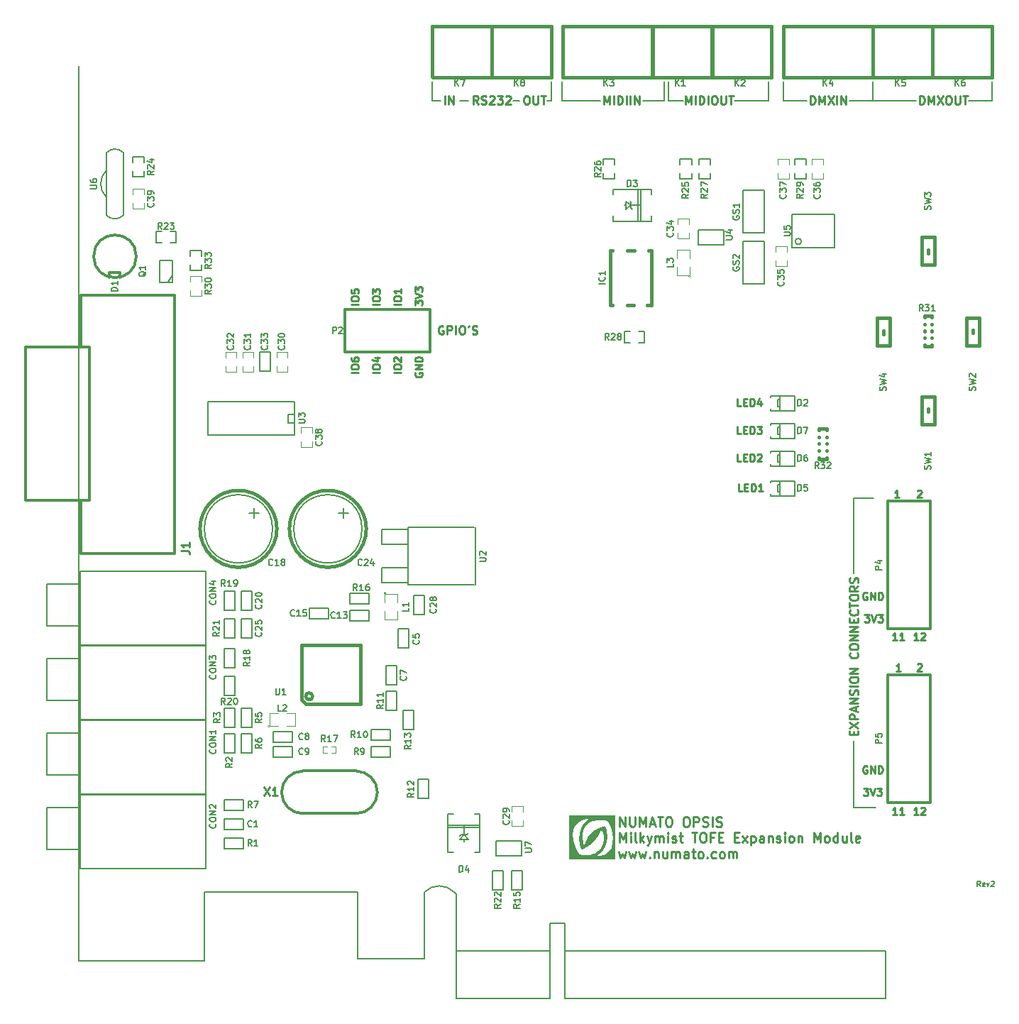
<source format=gto>
G04 (created by PCBNEW (2013-07-07 BZR 4022)-stable) date 16-12-2015 04:21:19 PM*
%MOIN*%
G04 Gerber Fmt 3.4, Leading zero omitted, Abs format*
%FSLAX34Y34*%
G01*
G70*
G90*
G04 APERTURE LIST*
%ADD10C,0.00590551*%
%ADD11C,0.00787402*%
%ADD12C,0.00625*%
%ADD13C,0.00875*%
%ADD14C,0.01125*%
%ADD15C,0.01*%
%ADD16C,0.0039*%
%ADD17C,0.005*%
%ADD18C,0.0125*%
%ADD19C,0.015*%
%ADD20C,0.0028*%
%ADD21C,0.0001*%
%ADD22C,0.008*%
%ADD23C,0.0047*%
%ADD24C,0.012*%
%ADD25C,0.006*%
%ADD26C,0.0075*%
G04 APERTURE END LIST*
G54D10*
G54D11*
X73000Y-16200D02*
X74050Y-16200D01*
X71200Y-16200D02*
X72000Y-16200D01*
X72000Y-15950D02*
X72000Y-15900D01*
X72000Y-16200D02*
X72000Y-15950D01*
X72500Y-16200D02*
X72000Y-16200D01*
X73000Y-16200D02*
X72500Y-16200D01*
X72000Y-15700D02*
X72000Y-15900D01*
G54D12*
X77055Y-53101D02*
X76972Y-52982D01*
X76913Y-53101D02*
X76913Y-52851D01*
X77008Y-52851D01*
X77032Y-52863D01*
X77044Y-52875D01*
X77055Y-52898D01*
X77055Y-52934D01*
X77044Y-52958D01*
X77032Y-52970D01*
X77008Y-52982D01*
X76913Y-52982D01*
X77258Y-53089D02*
X77234Y-53101D01*
X77186Y-53101D01*
X77163Y-53089D01*
X77151Y-53065D01*
X77151Y-52970D01*
X77163Y-52946D01*
X77186Y-52934D01*
X77234Y-52934D01*
X77258Y-52946D01*
X77270Y-52970D01*
X77270Y-52994D01*
X77151Y-53017D01*
X77353Y-52934D02*
X77413Y-53101D01*
X77472Y-52934D01*
X77555Y-52875D02*
X77567Y-52863D01*
X77591Y-52851D01*
X77651Y-52851D01*
X77675Y-52863D01*
X77686Y-52875D01*
X77698Y-52898D01*
X77698Y-52922D01*
X77686Y-52958D01*
X77544Y-53101D01*
X77698Y-53101D01*
G54D13*
X65808Y-30541D02*
X65641Y-30541D01*
X65641Y-30191D01*
X65925Y-30358D02*
X66041Y-30358D01*
X66091Y-30541D02*
X65925Y-30541D01*
X65925Y-30191D01*
X66091Y-30191D01*
X66241Y-30541D02*
X66241Y-30191D01*
X66325Y-30191D01*
X66375Y-30208D01*
X66408Y-30241D01*
X66425Y-30275D01*
X66441Y-30341D01*
X66441Y-30391D01*
X66425Y-30458D01*
X66408Y-30491D01*
X66375Y-30525D01*
X66325Y-30541D01*
X66241Y-30541D01*
X66741Y-30308D02*
X66741Y-30541D01*
X66658Y-30175D02*
X66575Y-30425D01*
X66791Y-30425D01*
X65808Y-31841D02*
X65641Y-31841D01*
X65641Y-31491D01*
X65925Y-31658D02*
X66041Y-31658D01*
X66091Y-31841D02*
X65925Y-31841D01*
X65925Y-31491D01*
X66091Y-31491D01*
X66241Y-31841D02*
X66241Y-31491D01*
X66325Y-31491D01*
X66375Y-31508D01*
X66408Y-31541D01*
X66425Y-31575D01*
X66441Y-31641D01*
X66441Y-31691D01*
X66425Y-31758D01*
X66408Y-31791D01*
X66375Y-31825D01*
X66325Y-31841D01*
X66241Y-31841D01*
X66558Y-31491D02*
X66775Y-31491D01*
X66658Y-31625D01*
X66708Y-31625D01*
X66741Y-31641D01*
X66758Y-31658D01*
X66775Y-31691D01*
X66775Y-31775D01*
X66758Y-31808D01*
X66741Y-31825D01*
X66708Y-31841D01*
X66608Y-31841D01*
X66575Y-31825D01*
X66558Y-31808D01*
X65808Y-33141D02*
X65641Y-33141D01*
X65641Y-32791D01*
X65925Y-32958D02*
X66041Y-32958D01*
X66091Y-33141D02*
X65925Y-33141D01*
X65925Y-32791D01*
X66091Y-32791D01*
X66241Y-33141D02*
X66241Y-32791D01*
X66325Y-32791D01*
X66375Y-32808D01*
X66408Y-32841D01*
X66425Y-32875D01*
X66441Y-32941D01*
X66441Y-32991D01*
X66425Y-33058D01*
X66408Y-33091D01*
X66375Y-33125D01*
X66325Y-33141D01*
X66241Y-33141D01*
X66575Y-32825D02*
X66591Y-32808D01*
X66625Y-32791D01*
X66708Y-32791D01*
X66741Y-32808D01*
X66758Y-32825D01*
X66775Y-32858D01*
X66775Y-32891D01*
X66758Y-32941D01*
X66558Y-33141D01*
X66775Y-33141D01*
X65858Y-34541D02*
X65691Y-34541D01*
X65691Y-34191D01*
X65975Y-34358D02*
X66091Y-34358D01*
X66141Y-34541D02*
X65975Y-34541D01*
X65975Y-34191D01*
X66141Y-34191D01*
X66291Y-34541D02*
X66291Y-34191D01*
X66375Y-34191D01*
X66425Y-34208D01*
X66458Y-34241D01*
X66475Y-34275D01*
X66491Y-34341D01*
X66491Y-34391D01*
X66475Y-34458D01*
X66458Y-34491D01*
X66425Y-34525D01*
X66375Y-34541D01*
X66291Y-34541D01*
X66825Y-34541D02*
X66625Y-34541D01*
X66725Y-34541D02*
X66725Y-34191D01*
X66691Y-34241D01*
X66658Y-34275D01*
X66625Y-34291D01*
X50491Y-25783D02*
X50491Y-25566D01*
X50625Y-25683D01*
X50625Y-25633D01*
X50641Y-25600D01*
X50658Y-25583D01*
X50691Y-25566D01*
X50775Y-25566D01*
X50808Y-25583D01*
X50825Y-25600D01*
X50841Y-25633D01*
X50841Y-25733D01*
X50825Y-25766D01*
X50808Y-25783D01*
X50491Y-25466D02*
X50841Y-25350D01*
X50491Y-25233D01*
X50491Y-25150D02*
X50491Y-24933D01*
X50625Y-25050D01*
X50625Y-25000D01*
X50641Y-24966D01*
X50658Y-24950D01*
X50691Y-24933D01*
X50775Y-24933D01*
X50808Y-24950D01*
X50825Y-24966D01*
X50841Y-25000D01*
X50841Y-25100D01*
X50825Y-25133D01*
X50808Y-25150D01*
X74133Y-49741D02*
X73933Y-49741D01*
X74033Y-49741D02*
X74033Y-49391D01*
X74000Y-49441D01*
X73966Y-49475D01*
X73933Y-49491D01*
X74266Y-49425D02*
X74283Y-49408D01*
X74316Y-49391D01*
X74400Y-49391D01*
X74433Y-49408D01*
X74450Y-49425D01*
X74466Y-49458D01*
X74466Y-49491D01*
X74450Y-49541D01*
X74250Y-49741D01*
X74466Y-49741D01*
X73133Y-49741D02*
X72933Y-49741D01*
X73033Y-49741D02*
X73033Y-49391D01*
X73000Y-49441D01*
X72966Y-49475D01*
X72933Y-49491D01*
X73466Y-49741D02*
X73266Y-49741D01*
X73366Y-49741D02*
X73366Y-49391D01*
X73333Y-49441D01*
X73300Y-49475D01*
X73266Y-49491D01*
X74100Y-42675D02*
X74116Y-42658D01*
X74150Y-42641D01*
X74233Y-42641D01*
X74266Y-42658D01*
X74283Y-42675D01*
X74300Y-42708D01*
X74300Y-42741D01*
X74283Y-42791D01*
X74083Y-42991D01*
X74300Y-42991D01*
X73300Y-42991D02*
X73100Y-42991D01*
X73200Y-42991D02*
X73200Y-42641D01*
X73166Y-42691D01*
X73133Y-42725D01*
X73100Y-42741D01*
X74100Y-34525D02*
X74116Y-34508D01*
X74150Y-34491D01*
X74233Y-34491D01*
X74266Y-34508D01*
X74283Y-34525D01*
X74300Y-34558D01*
X74300Y-34591D01*
X74283Y-34641D01*
X74083Y-34841D01*
X74300Y-34841D01*
X73250Y-34841D02*
X73050Y-34841D01*
X73150Y-34841D02*
X73150Y-34491D01*
X73116Y-34541D01*
X73083Y-34575D01*
X73050Y-34591D01*
X74133Y-41541D02*
X73933Y-41541D01*
X74033Y-41541D02*
X74033Y-41191D01*
X74000Y-41241D01*
X73966Y-41275D01*
X73933Y-41291D01*
X74266Y-41225D02*
X74283Y-41208D01*
X74316Y-41191D01*
X74400Y-41191D01*
X74433Y-41208D01*
X74450Y-41225D01*
X74466Y-41258D01*
X74466Y-41291D01*
X74450Y-41341D01*
X74250Y-41541D01*
X74466Y-41541D01*
X73133Y-41541D02*
X72933Y-41541D01*
X73033Y-41541D02*
X73033Y-41191D01*
X73000Y-41241D01*
X72966Y-41275D01*
X72933Y-41291D01*
X73466Y-41541D02*
X73266Y-41541D01*
X73366Y-41541D02*
X73366Y-41191D01*
X73333Y-41241D01*
X73300Y-41275D01*
X73266Y-41291D01*
X71733Y-39308D02*
X71700Y-39291D01*
X71650Y-39291D01*
X71600Y-39308D01*
X71566Y-39341D01*
X71550Y-39375D01*
X71533Y-39441D01*
X71533Y-39491D01*
X71550Y-39558D01*
X71566Y-39591D01*
X71600Y-39625D01*
X71650Y-39641D01*
X71683Y-39641D01*
X71733Y-39625D01*
X71750Y-39608D01*
X71750Y-39491D01*
X71683Y-39491D01*
X71900Y-39641D02*
X71900Y-39291D01*
X72100Y-39641D01*
X72100Y-39291D01*
X72266Y-39641D02*
X72266Y-39291D01*
X72350Y-39291D01*
X72400Y-39308D01*
X72433Y-39341D01*
X72450Y-39375D01*
X72466Y-39441D01*
X72466Y-39491D01*
X72450Y-39558D01*
X72433Y-39591D01*
X72400Y-39625D01*
X72350Y-39641D01*
X72266Y-39641D01*
X71733Y-47458D02*
X71700Y-47441D01*
X71650Y-47441D01*
X71600Y-47458D01*
X71566Y-47491D01*
X71550Y-47525D01*
X71533Y-47591D01*
X71533Y-47641D01*
X71550Y-47708D01*
X71566Y-47741D01*
X71600Y-47775D01*
X71650Y-47791D01*
X71683Y-47791D01*
X71733Y-47775D01*
X71750Y-47758D01*
X71750Y-47641D01*
X71683Y-47641D01*
X71900Y-47791D02*
X71900Y-47441D01*
X72100Y-47791D01*
X72100Y-47441D01*
X72266Y-47791D02*
X72266Y-47441D01*
X72350Y-47441D01*
X72400Y-47458D01*
X72433Y-47491D01*
X72450Y-47525D01*
X72466Y-47591D01*
X72466Y-47641D01*
X72450Y-47708D01*
X72433Y-47741D01*
X72400Y-47775D01*
X72350Y-47791D01*
X72266Y-47791D01*
X71566Y-48491D02*
X71783Y-48491D01*
X71666Y-48625D01*
X71716Y-48625D01*
X71750Y-48641D01*
X71766Y-48658D01*
X71783Y-48691D01*
X71783Y-48775D01*
X71766Y-48808D01*
X71750Y-48825D01*
X71716Y-48841D01*
X71616Y-48841D01*
X71583Y-48825D01*
X71566Y-48808D01*
X71883Y-48491D02*
X72000Y-48841D01*
X72116Y-48491D01*
X72200Y-48491D02*
X72416Y-48491D01*
X72300Y-48625D01*
X72350Y-48625D01*
X72383Y-48641D01*
X72400Y-48658D01*
X72416Y-48691D01*
X72416Y-48775D01*
X72400Y-48808D01*
X72383Y-48825D01*
X72350Y-48841D01*
X72250Y-48841D01*
X72216Y-48825D01*
X72200Y-48808D01*
X71616Y-40341D02*
X71833Y-40341D01*
X71716Y-40475D01*
X71766Y-40475D01*
X71800Y-40491D01*
X71816Y-40508D01*
X71833Y-40541D01*
X71833Y-40625D01*
X71816Y-40658D01*
X71800Y-40675D01*
X71766Y-40691D01*
X71666Y-40691D01*
X71633Y-40675D01*
X71616Y-40658D01*
X71933Y-40341D02*
X72050Y-40691D01*
X72166Y-40341D01*
X72250Y-40341D02*
X72466Y-40341D01*
X72350Y-40475D01*
X72400Y-40475D01*
X72433Y-40491D01*
X72450Y-40508D01*
X72466Y-40541D01*
X72466Y-40625D01*
X72450Y-40658D01*
X72433Y-40675D01*
X72400Y-40691D01*
X72300Y-40691D01*
X72266Y-40675D01*
X72250Y-40658D01*
X47841Y-28949D02*
X47491Y-28949D01*
X47491Y-28716D02*
X47491Y-28650D01*
X47508Y-28616D01*
X47541Y-28583D01*
X47608Y-28566D01*
X47725Y-28566D01*
X47791Y-28583D01*
X47825Y-28616D01*
X47841Y-28650D01*
X47841Y-28716D01*
X47825Y-28750D01*
X47791Y-28783D01*
X47725Y-28800D01*
X47608Y-28800D01*
X47541Y-28783D01*
X47508Y-28750D01*
X47491Y-28716D01*
X47491Y-28266D02*
X47491Y-28333D01*
X47508Y-28366D01*
X47525Y-28383D01*
X47575Y-28416D01*
X47641Y-28433D01*
X47775Y-28433D01*
X47808Y-28416D01*
X47825Y-28400D01*
X47841Y-28366D01*
X47841Y-28300D01*
X47825Y-28266D01*
X47808Y-28250D01*
X47775Y-28233D01*
X47691Y-28233D01*
X47658Y-28250D01*
X47641Y-28266D01*
X47625Y-28300D01*
X47625Y-28366D01*
X47641Y-28400D01*
X47658Y-28416D01*
X47691Y-28433D01*
X47841Y-25749D02*
X47491Y-25749D01*
X47491Y-25516D02*
X47491Y-25450D01*
X47508Y-25416D01*
X47541Y-25383D01*
X47608Y-25366D01*
X47725Y-25366D01*
X47791Y-25383D01*
X47825Y-25416D01*
X47841Y-25450D01*
X47841Y-25516D01*
X47825Y-25550D01*
X47791Y-25583D01*
X47725Y-25600D01*
X47608Y-25600D01*
X47541Y-25583D01*
X47508Y-25550D01*
X47491Y-25516D01*
X47491Y-25050D02*
X47491Y-25216D01*
X47658Y-25233D01*
X47641Y-25216D01*
X47625Y-25183D01*
X47625Y-25100D01*
X47641Y-25066D01*
X47658Y-25050D01*
X47691Y-25033D01*
X47775Y-25033D01*
X47808Y-25050D01*
X47825Y-25066D01*
X47841Y-25100D01*
X47841Y-25183D01*
X47825Y-25216D01*
X47808Y-25233D01*
X48841Y-28949D02*
X48491Y-28949D01*
X48491Y-28716D02*
X48491Y-28650D01*
X48508Y-28616D01*
X48541Y-28583D01*
X48608Y-28566D01*
X48725Y-28566D01*
X48791Y-28583D01*
X48825Y-28616D01*
X48841Y-28650D01*
X48841Y-28716D01*
X48825Y-28750D01*
X48791Y-28783D01*
X48725Y-28800D01*
X48608Y-28800D01*
X48541Y-28783D01*
X48508Y-28750D01*
X48491Y-28716D01*
X48608Y-28266D02*
X48841Y-28266D01*
X48475Y-28350D02*
X48725Y-28433D01*
X48725Y-28216D01*
X48841Y-25749D02*
X48491Y-25749D01*
X48491Y-25516D02*
X48491Y-25450D01*
X48508Y-25416D01*
X48541Y-25383D01*
X48608Y-25366D01*
X48725Y-25366D01*
X48791Y-25383D01*
X48825Y-25416D01*
X48841Y-25450D01*
X48841Y-25516D01*
X48825Y-25550D01*
X48791Y-25583D01*
X48725Y-25600D01*
X48608Y-25600D01*
X48541Y-25583D01*
X48508Y-25550D01*
X48491Y-25516D01*
X48491Y-25250D02*
X48491Y-25033D01*
X48625Y-25150D01*
X48625Y-25100D01*
X48641Y-25066D01*
X48658Y-25050D01*
X48691Y-25033D01*
X48775Y-25033D01*
X48808Y-25050D01*
X48825Y-25066D01*
X48841Y-25100D01*
X48841Y-25200D01*
X48825Y-25233D01*
X48808Y-25250D01*
X49841Y-28949D02*
X49491Y-28949D01*
X49491Y-28716D02*
X49491Y-28650D01*
X49508Y-28616D01*
X49541Y-28583D01*
X49608Y-28566D01*
X49725Y-28566D01*
X49791Y-28583D01*
X49825Y-28616D01*
X49841Y-28650D01*
X49841Y-28716D01*
X49825Y-28750D01*
X49791Y-28783D01*
X49725Y-28800D01*
X49608Y-28800D01*
X49541Y-28783D01*
X49508Y-28750D01*
X49491Y-28716D01*
X49525Y-28433D02*
X49508Y-28416D01*
X49491Y-28383D01*
X49491Y-28300D01*
X49508Y-28266D01*
X49525Y-28250D01*
X49558Y-28233D01*
X49591Y-28233D01*
X49641Y-28250D01*
X49841Y-28450D01*
X49841Y-28233D01*
X49841Y-25749D02*
X49491Y-25749D01*
X49491Y-25516D02*
X49491Y-25450D01*
X49508Y-25416D01*
X49541Y-25383D01*
X49608Y-25366D01*
X49725Y-25366D01*
X49791Y-25383D01*
X49825Y-25416D01*
X49841Y-25450D01*
X49841Y-25516D01*
X49825Y-25550D01*
X49791Y-25583D01*
X49725Y-25600D01*
X49608Y-25600D01*
X49541Y-25583D01*
X49508Y-25550D01*
X49491Y-25516D01*
X49841Y-25033D02*
X49841Y-25233D01*
X49841Y-25133D02*
X49491Y-25133D01*
X49541Y-25166D01*
X49575Y-25200D01*
X49591Y-25233D01*
X50508Y-28966D02*
X50491Y-28999D01*
X50491Y-29049D01*
X50508Y-29099D01*
X50541Y-29133D01*
X50575Y-29149D01*
X50641Y-29166D01*
X50691Y-29166D01*
X50758Y-29149D01*
X50791Y-29133D01*
X50825Y-29099D01*
X50841Y-29049D01*
X50841Y-29016D01*
X50825Y-28966D01*
X50808Y-28949D01*
X50691Y-28949D01*
X50691Y-29016D01*
X50841Y-28799D02*
X50491Y-28799D01*
X50841Y-28599D01*
X50491Y-28599D01*
X50841Y-28433D02*
X50491Y-28433D01*
X50491Y-28350D01*
X50508Y-28300D01*
X50541Y-28266D01*
X50575Y-28250D01*
X50641Y-28233D01*
X50691Y-28233D01*
X50758Y-28250D01*
X50791Y-28266D01*
X50825Y-28300D01*
X50841Y-28350D01*
X50841Y-28433D01*
G54D14*
X60107Y-50282D02*
X60107Y-49832D01*
X60364Y-50282D01*
X60364Y-49832D01*
X60578Y-49832D02*
X60578Y-50196D01*
X60600Y-50239D01*
X60621Y-50260D01*
X60664Y-50282D01*
X60750Y-50282D01*
X60792Y-50260D01*
X60814Y-50239D01*
X60835Y-50196D01*
X60835Y-49832D01*
X61050Y-50282D02*
X61050Y-49832D01*
X61200Y-50153D01*
X61350Y-49832D01*
X61350Y-50282D01*
X61542Y-50153D02*
X61757Y-50153D01*
X61500Y-50282D02*
X61650Y-49832D01*
X61800Y-50282D01*
X61885Y-49832D02*
X62142Y-49832D01*
X62014Y-50282D02*
X62014Y-49832D01*
X62378Y-49832D02*
X62464Y-49832D01*
X62507Y-49853D01*
X62550Y-49896D01*
X62571Y-49982D01*
X62571Y-50132D01*
X62550Y-50217D01*
X62507Y-50260D01*
X62464Y-50282D01*
X62378Y-50282D01*
X62335Y-50260D01*
X62292Y-50217D01*
X62271Y-50132D01*
X62271Y-49982D01*
X62292Y-49896D01*
X62335Y-49853D01*
X62378Y-49832D01*
X63192Y-49832D02*
X63278Y-49832D01*
X63321Y-49853D01*
X63364Y-49896D01*
X63385Y-49982D01*
X63385Y-50132D01*
X63364Y-50217D01*
X63321Y-50260D01*
X63278Y-50282D01*
X63192Y-50282D01*
X63150Y-50260D01*
X63107Y-50217D01*
X63085Y-50132D01*
X63085Y-49982D01*
X63107Y-49896D01*
X63150Y-49853D01*
X63192Y-49832D01*
X63578Y-50282D02*
X63578Y-49832D01*
X63750Y-49832D01*
X63792Y-49853D01*
X63814Y-49875D01*
X63835Y-49917D01*
X63835Y-49982D01*
X63814Y-50025D01*
X63792Y-50046D01*
X63750Y-50067D01*
X63578Y-50067D01*
X64007Y-50260D02*
X64071Y-50282D01*
X64178Y-50282D01*
X64221Y-50260D01*
X64242Y-50239D01*
X64264Y-50196D01*
X64264Y-50153D01*
X64242Y-50110D01*
X64221Y-50089D01*
X64178Y-50067D01*
X64092Y-50046D01*
X64050Y-50025D01*
X64028Y-50003D01*
X64007Y-49960D01*
X64007Y-49917D01*
X64028Y-49875D01*
X64050Y-49853D01*
X64092Y-49832D01*
X64200Y-49832D01*
X64264Y-49853D01*
X64457Y-50282D02*
X64457Y-49832D01*
X64650Y-50260D02*
X64714Y-50282D01*
X64821Y-50282D01*
X64864Y-50260D01*
X64885Y-50239D01*
X64907Y-50196D01*
X64907Y-50153D01*
X64885Y-50110D01*
X64864Y-50089D01*
X64821Y-50067D01*
X64735Y-50046D01*
X64692Y-50025D01*
X64671Y-50003D01*
X64650Y-49960D01*
X64650Y-49917D01*
X64671Y-49875D01*
X64692Y-49853D01*
X64735Y-49832D01*
X64842Y-49832D01*
X64907Y-49853D01*
X60107Y-51024D02*
X60107Y-50574D01*
X60257Y-50896D01*
X60407Y-50574D01*
X60407Y-51024D01*
X60621Y-51024D02*
X60621Y-50724D01*
X60621Y-50574D02*
X60600Y-50596D01*
X60621Y-50617D01*
X60642Y-50596D01*
X60621Y-50574D01*
X60621Y-50617D01*
X60900Y-51024D02*
X60857Y-51003D01*
X60835Y-50960D01*
X60835Y-50574D01*
X61071Y-51024D02*
X61071Y-50574D01*
X61114Y-50853D02*
X61242Y-51024D01*
X61242Y-50724D02*
X61071Y-50896D01*
X61392Y-50724D02*
X61500Y-51024D01*
X61607Y-50724D02*
X61500Y-51024D01*
X61457Y-51131D01*
X61435Y-51153D01*
X61392Y-51174D01*
X61778Y-51024D02*
X61778Y-50724D01*
X61778Y-50767D02*
X61800Y-50746D01*
X61842Y-50724D01*
X61907Y-50724D01*
X61950Y-50746D01*
X61971Y-50788D01*
X61971Y-51024D01*
X61971Y-50788D02*
X61992Y-50746D01*
X62035Y-50724D01*
X62100Y-50724D01*
X62142Y-50746D01*
X62164Y-50788D01*
X62164Y-51024D01*
X62378Y-51024D02*
X62378Y-50724D01*
X62378Y-50574D02*
X62357Y-50596D01*
X62378Y-50617D01*
X62400Y-50596D01*
X62378Y-50574D01*
X62378Y-50617D01*
X62571Y-51003D02*
X62614Y-51024D01*
X62700Y-51024D01*
X62742Y-51003D01*
X62764Y-50960D01*
X62764Y-50938D01*
X62742Y-50896D01*
X62700Y-50874D01*
X62635Y-50874D01*
X62592Y-50853D01*
X62571Y-50810D01*
X62571Y-50788D01*
X62592Y-50746D01*
X62635Y-50724D01*
X62700Y-50724D01*
X62742Y-50746D01*
X62892Y-50724D02*
X63064Y-50724D01*
X62957Y-50574D02*
X62957Y-50960D01*
X62978Y-51003D01*
X63021Y-51024D01*
X63064Y-51024D01*
X63492Y-50574D02*
X63750Y-50574D01*
X63621Y-51024D02*
X63621Y-50574D01*
X63985Y-50574D02*
X64071Y-50574D01*
X64114Y-50596D01*
X64157Y-50638D01*
X64178Y-50724D01*
X64178Y-50874D01*
X64157Y-50960D01*
X64114Y-51003D01*
X64071Y-51024D01*
X63985Y-51024D01*
X63942Y-51003D01*
X63900Y-50960D01*
X63878Y-50874D01*
X63878Y-50724D01*
X63900Y-50638D01*
X63942Y-50596D01*
X63985Y-50574D01*
X64521Y-50788D02*
X64371Y-50788D01*
X64371Y-51024D02*
X64371Y-50574D01*
X64585Y-50574D01*
X64757Y-50788D02*
X64907Y-50788D01*
X64971Y-51024D02*
X64757Y-51024D01*
X64757Y-50574D01*
X64971Y-50574D01*
X65507Y-50788D02*
X65657Y-50788D01*
X65721Y-51024D02*
X65507Y-51024D01*
X65507Y-50574D01*
X65721Y-50574D01*
X65871Y-51024D02*
X66107Y-50724D01*
X65871Y-50724D02*
X66107Y-51024D01*
X66278Y-50724D02*
X66278Y-51174D01*
X66278Y-50746D02*
X66321Y-50724D01*
X66407Y-50724D01*
X66450Y-50746D01*
X66471Y-50767D01*
X66492Y-50810D01*
X66492Y-50938D01*
X66471Y-50981D01*
X66450Y-51003D01*
X66407Y-51024D01*
X66321Y-51024D01*
X66278Y-51003D01*
X66878Y-51024D02*
X66878Y-50788D01*
X66857Y-50746D01*
X66814Y-50724D01*
X66728Y-50724D01*
X66685Y-50746D01*
X66878Y-51003D02*
X66835Y-51024D01*
X66728Y-51024D01*
X66685Y-51003D01*
X66664Y-50960D01*
X66664Y-50917D01*
X66685Y-50874D01*
X66728Y-50853D01*
X66835Y-50853D01*
X66878Y-50831D01*
X67092Y-50724D02*
X67092Y-51024D01*
X67092Y-50767D02*
X67114Y-50746D01*
X67157Y-50724D01*
X67221Y-50724D01*
X67264Y-50746D01*
X67285Y-50788D01*
X67285Y-51024D01*
X67478Y-51003D02*
X67521Y-51024D01*
X67607Y-51024D01*
X67650Y-51003D01*
X67671Y-50960D01*
X67671Y-50938D01*
X67650Y-50896D01*
X67607Y-50874D01*
X67542Y-50874D01*
X67500Y-50853D01*
X67478Y-50810D01*
X67478Y-50788D01*
X67500Y-50746D01*
X67542Y-50724D01*
X67607Y-50724D01*
X67650Y-50746D01*
X67864Y-51024D02*
X67864Y-50724D01*
X67864Y-50574D02*
X67842Y-50596D01*
X67864Y-50617D01*
X67885Y-50596D01*
X67864Y-50574D01*
X67864Y-50617D01*
X68142Y-51024D02*
X68100Y-51003D01*
X68078Y-50981D01*
X68057Y-50938D01*
X68057Y-50810D01*
X68078Y-50767D01*
X68100Y-50746D01*
X68142Y-50724D01*
X68207Y-50724D01*
X68250Y-50746D01*
X68271Y-50767D01*
X68292Y-50810D01*
X68292Y-50938D01*
X68271Y-50981D01*
X68250Y-51003D01*
X68207Y-51024D01*
X68142Y-51024D01*
X68485Y-50724D02*
X68485Y-51024D01*
X68485Y-50767D02*
X68507Y-50746D01*
X68550Y-50724D01*
X68614Y-50724D01*
X68657Y-50746D01*
X68678Y-50788D01*
X68678Y-51024D01*
X69235Y-51024D02*
X69235Y-50574D01*
X69385Y-50896D01*
X69535Y-50574D01*
X69535Y-51024D01*
X69814Y-51024D02*
X69771Y-51003D01*
X69750Y-50981D01*
X69728Y-50938D01*
X69728Y-50810D01*
X69750Y-50767D01*
X69771Y-50746D01*
X69814Y-50724D01*
X69878Y-50724D01*
X69921Y-50746D01*
X69942Y-50767D01*
X69964Y-50810D01*
X69964Y-50938D01*
X69942Y-50981D01*
X69921Y-51003D01*
X69878Y-51024D01*
X69814Y-51024D01*
X70350Y-51024D02*
X70350Y-50574D01*
X70350Y-51003D02*
X70307Y-51024D01*
X70221Y-51024D01*
X70178Y-51003D01*
X70157Y-50981D01*
X70135Y-50938D01*
X70135Y-50810D01*
X70157Y-50767D01*
X70178Y-50746D01*
X70221Y-50724D01*
X70307Y-50724D01*
X70350Y-50746D01*
X70757Y-50724D02*
X70757Y-51024D01*
X70564Y-50724D02*
X70564Y-50960D01*
X70585Y-51003D01*
X70628Y-51024D01*
X70692Y-51024D01*
X70735Y-51003D01*
X70757Y-50981D01*
X71035Y-51024D02*
X70992Y-51003D01*
X70971Y-50960D01*
X70971Y-50574D01*
X71378Y-51003D02*
X71335Y-51024D01*
X71250Y-51024D01*
X71207Y-51003D01*
X71185Y-50960D01*
X71185Y-50788D01*
X71207Y-50746D01*
X71250Y-50724D01*
X71335Y-50724D01*
X71378Y-50746D01*
X71400Y-50788D01*
X71400Y-50831D01*
X71185Y-50874D01*
X60064Y-51467D02*
X60150Y-51767D01*
X60235Y-51552D01*
X60321Y-51767D01*
X60407Y-51467D01*
X60535Y-51467D02*
X60621Y-51767D01*
X60707Y-51552D01*
X60792Y-51767D01*
X60878Y-51467D01*
X61007Y-51467D02*
X61092Y-51767D01*
X61178Y-51552D01*
X61264Y-51767D01*
X61350Y-51467D01*
X61521Y-51724D02*
X61542Y-51745D01*
X61521Y-51767D01*
X61500Y-51745D01*
X61521Y-51724D01*
X61521Y-51767D01*
X61735Y-51467D02*
X61735Y-51767D01*
X61735Y-51510D02*
X61757Y-51488D01*
X61800Y-51467D01*
X61864Y-51467D01*
X61907Y-51488D01*
X61928Y-51531D01*
X61928Y-51767D01*
X62335Y-51467D02*
X62335Y-51767D01*
X62142Y-51467D02*
X62142Y-51702D01*
X62164Y-51745D01*
X62207Y-51767D01*
X62271Y-51767D01*
X62314Y-51745D01*
X62335Y-51724D01*
X62550Y-51767D02*
X62550Y-51467D01*
X62550Y-51510D02*
X62571Y-51488D01*
X62614Y-51467D01*
X62678Y-51467D01*
X62721Y-51488D01*
X62742Y-51531D01*
X62742Y-51767D01*
X62742Y-51531D02*
X62764Y-51488D01*
X62807Y-51467D01*
X62871Y-51467D01*
X62914Y-51488D01*
X62935Y-51531D01*
X62935Y-51767D01*
X63342Y-51767D02*
X63342Y-51531D01*
X63321Y-51488D01*
X63278Y-51467D01*
X63192Y-51467D01*
X63150Y-51488D01*
X63342Y-51745D02*
X63300Y-51767D01*
X63192Y-51767D01*
X63150Y-51745D01*
X63128Y-51702D01*
X63128Y-51660D01*
X63150Y-51617D01*
X63192Y-51595D01*
X63300Y-51595D01*
X63342Y-51574D01*
X63492Y-51467D02*
X63664Y-51467D01*
X63557Y-51317D02*
X63557Y-51702D01*
X63578Y-51745D01*
X63621Y-51767D01*
X63664Y-51767D01*
X63878Y-51767D02*
X63835Y-51745D01*
X63814Y-51724D01*
X63792Y-51681D01*
X63792Y-51552D01*
X63814Y-51510D01*
X63835Y-51488D01*
X63878Y-51467D01*
X63942Y-51467D01*
X63985Y-51488D01*
X64007Y-51510D01*
X64028Y-51552D01*
X64028Y-51681D01*
X64007Y-51724D01*
X63985Y-51745D01*
X63942Y-51767D01*
X63878Y-51767D01*
X64221Y-51724D02*
X64242Y-51745D01*
X64221Y-51767D01*
X64200Y-51745D01*
X64221Y-51724D01*
X64221Y-51767D01*
X64628Y-51745D02*
X64585Y-51767D01*
X64500Y-51767D01*
X64457Y-51745D01*
X64435Y-51724D01*
X64414Y-51681D01*
X64414Y-51552D01*
X64435Y-51510D01*
X64457Y-51488D01*
X64500Y-51467D01*
X64585Y-51467D01*
X64628Y-51488D01*
X64885Y-51767D02*
X64842Y-51745D01*
X64821Y-51724D01*
X64800Y-51681D01*
X64800Y-51552D01*
X64821Y-51510D01*
X64842Y-51488D01*
X64885Y-51467D01*
X64950Y-51467D01*
X64992Y-51488D01*
X65014Y-51510D01*
X65035Y-51552D01*
X65035Y-51681D01*
X65014Y-51724D01*
X64992Y-51745D01*
X64950Y-51767D01*
X64885Y-51767D01*
X65228Y-51767D02*
X65228Y-51467D01*
X65228Y-51510D02*
X65250Y-51488D01*
X65292Y-51467D01*
X65357Y-51467D01*
X65400Y-51488D01*
X65421Y-51531D01*
X65421Y-51767D01*
X65421Y-51531D02*
X65442Y-51488D01*
X65485Y-51467D01*
X65550Y-51467D01*
X65592Y-51488D01*
X65614Y-51531D01*
X65614Y-51767D01*
G54D11*
X71100Y-49400D02*
X72150Y-49400D01*
X71100Y-46250D02*
X71100Y-49400D01*
X71100Y-34850D02*
X72050Y-34850D01*
X71100Y-38400D02*
X71100Y-34850D01*
G54D15*
X71102Y-45976D02*
X71102Y-45842D01*
X71311Y-45785D02*
X71311Y-45976D01*
X70911Y-45976D01*
X70911Y-45785D01*
X70911Y-45652D02*
X71311Y-45385D01*
X70911Y-45385D02*
X71311Y-45652D01*
X71311Y-45233D02*
X70911Y-45233D01*
X70911Y-45080D01*
X70930Y-45042D01*
X70950Y-45023D01*
X70988Y-45004D01*
X71045Y-45004D01*
X71083Y-45023D01*
X71102Y-45042D01*
X71121Y-45080D01*
X71121Y-45233D01*
X71197Y-44852D02*
X71197Y-44661D01*
X71311Y-44890D02*
X70911Y-44757D01*
X71311Y-44623D01*
X71311Y-44490D02*
X70911Y-44490D01*
X71311Y-44261D01*
X70911Y-44261D01*
X71292Y-44090D02*
X71311Y-44033D01*
X71311Y-43938D01*
X71292Y-43900D01*
X71273Y-43880D01*
X71235Y-43861D01*
X71197Y-43861D01*
X71159Y-43880D01*
X71140Y-43900D01*
X71121Y-43938D01*
X71102Y-44014D01*
X71083Y-44052D01*
X71064Y-44071D01*
X71026Y-44090D01*
X70988Y-44090D01*
X70950Y-44071D01*
X70930Y-44052D01*
X70911Y-44014D01*
X70911Y-43919D01*
X70930Y-43861D01*
X71311Y-43690D02*
X70911Y-43690D01*
X70911Y-43423D02*
X70911Y-43347D01*
X70930Y-43309D01*
X70969Y-43271D01*
X71045Y-43252D01*
X71178Y-43252D01*
X71254Y-43271D01*
X71292Y-43309D01*
X71311Y-43347D01*
X71311Y-43423D01*
X71292Y-43461D01*
X71254Y-43499D01*
X71178Y-43519D01*
X71045Y-43519D01*
X70969Y-43499D01*
X70930Y-43461D01*
X70911Y-43423D01*
X71311Y-43080D02*
X70911Y-43080D01*
X71311Y-42852D01*
X70911Y-42852D01*
X71273Y-42128D02*
X71292Y-42147D01*
X71311Y-42204D01*
X71311Y-42242D01*
X71292Y-42299D01*
X71254Y-42338D01*
X71216Y-42357D01*
X71140Y-42376D01*
X71083Y-42376D01*
X71007Y-42357D01*
X70969Y-42338D01*
X70930Y-42299D01*
X70911Y-42242D01*
X70911Y-42204D01*
X70930Y-42147D01*
X70950Y-42128D01*
X70911Y-41880D02*
X70911Y-41804D01*
X70930Y-41766D01*
X70969Y-41728D01*
X71045Y-41709D01*
X71178Y-41709D01*
X71254Y-41728D01*
X71292Y-41766D01*
X71311Y-41804D01*
X71311Y-41880D01*
X71292Y-41919D01*
X71254Y-41957D01*
X71178Y-41976D01*
X71045Y-41976D01*
X70969Y-41957D01*
X70930Y-41919D01*
X70911Y-41880D01*
X71311Y-41538D02*
X70911Y-41538D01*
X71311Y-41309D01*
X70911Y-41309D01*
X71311Y-41119D02*
X70911Y-41119D01*
X71311Y-40890D01*
X70911Y-40890D01*
X71102Y-40699D02*
X71102Y-40566D01*
X71311Y-40509D02*
X71311Y-40699D01*
X70911Y-40699D01*
X70911Y-40509D01*
X71273Y-40109D02*
X71292Y-40128D01*
X71311Y-40185D01*
X71311Y-40223D01*
X71292Y-40280D01*
X71254Y-40319D01*
X71216Y-40338D01*
X71140Y-40357D01*
X71083Y-40357D01*
X71007Y-40338D01*
X70969Y-40319D01*
X70930Y-40280D01*
X70911Y-40223D01*
X70911Y-40185D01*
X70930Y-40128D01*
X70950Y-40109D01*
X70911Y-39995D02*
X70911Y-39766D01*
X71311Y-39880D02*
X70911Y-39880D01*
X70911Y-39557D02*
X70911Y-39480D01*
X70930Y-39442D01*
X70969Y-39404D01*
X71045Y-39385D01*
X71178Y-39385D01*
X71254Y-39404D01*
X71292Y-39442D01*
X71311Y-39480D01*
X71311Y-39557D01*
X71292Y-39595D01*
X71254Y-39633D01*
X71178Y-39652D01*
X71045Y-39652D01*
X70969Y-39633D01*
X70930Y-39595D01*
X70911Y-39557D01*
X71311Y-38985D02*
X71121Y-39119D01*
X71311Y-39214D02*
X70911Y-39214D01*
X70911Y-39061D01*
X70930Y-39023D01*
X70950Y-39004D01*
X70988Y-38985D01*
X71045Y-38985D01*
X71083Y-39004D01*
X71102Y-39023D01*
X71121Y-39061D01*
X71121Y-39214D01*
X71292Y-38833D02*
X71311Y-38776D01*
X71311Y-38680D01*
X71292Y-38642D01*
X71273Y-38623D01*
X71235Y-38604D01*
X71197Y-38604D01*
X71159Y-38623D01*
X71140Y-38642D01*
X71121Y-38680D01*
X71102Y-38757D01*
X71083Y-38795D01*
X71064Y-38814D01*
X71026Y-38833D01*
X70988Y-38833D01*
X70950Y-38814D01*
X70930Y-38795D01*
X70911Y-38757D01*
X70911Y-38661D01*
X70930Y-38604D01*
X51814Y-26780D02*
X51776Y-26761D01*
X51719Y-26761D01*
X51661Y-26780D01*
X51623Y-26819D01*
X51604Y-26857D01*
X51585Y-26933D01*
X51585Y-26990D01*
X51604Y-27066D01*
X51623Y-27104D01*
X51661Y-27142D01*
X51719Y-27161D01*
X51757Y-27161D01*
X51814Y-27142D01*
X51833Y-27123D01*
X51833Y-26990D01*
X51757Y-26990D01*
X52004Y-27161D02*
X52004Y-26761D01*
X52157Y-26761D01*
X52195Y-26780D01*
X52214Y-26800D01*
X52233Y-26838D01*
X52233Y-26895D01*
X52214Y-26933D01*
X52195Y-26952D01*
X52157Y-26971D01*
X52004Y-26971D01*
X52404Y-27161D02*
X52404Y-26761D01*
X52671Y-26761D02*
X52747Y-26761D01*
X52785Y-26780D01*
X52823Y-26819D01*
X52842Y-26895D01*
X52842Y-27028D01*
X52823Y-27104D01*
X52785Y-27142D01*
X52747Y-27161D01*
X52671Y-27161D01*
X52633Y-27142D01*
X52595Y-27104D01*
X52576Y-27028D01*
X52576Y-26895D01*
X52595Y-26819D01*
X52633Y-26780D01*
X52671Y-26761D01*
X53033Y-26761D02*
X52995Y-26838D01*
X53185Y-27142D02*
X53242Y-27161D01*
X53338Y-27161D01*
X53376Y-27142D01*
X53395Y-27123D01*
X53414Y-27085D01*
X53414Y-27047D01*
X53395Y-27009D01*
X53376Y-26990D01*
X53338Y-26971D01*
X53261Y-26952D01*
X53223Y-26933D01*
X53204Y-26914D01*
X53185Y-26876D01*
X53185Y-26838D01*
X53204Y-26800D01*
X53223Y-26780D01*
X53261Y-26761D01*
X53357Y-26761D01*
X53414Y-26780D01*
G54D11*
X52600Y-16200D02*
X53000Y-16200D01*
X51300Y-16200D02*
X51300Y-15300D01*
X51700Y-16200D02*
X51300Y-16200D01*
X55100Y-16200D02*
X55400Y-16200D01*
X56900Y-16200D02*
X56700Y-16200D01*
X56900Y-15300D02*
X56900Y-16200D01*
G54D15*
X55700Y-15961D02*
X55776Y-15961D01*
X55814Y-15980D01*
X55852Y-16019D01*
X55871Y-16095D01*
X55871Y-16228D01*
X55852Y-16304D01*
X55814Y-16342D01*
X55776Y-16361D01*
X55700Y-16361D01*
X55661Y-16342D01*
X55623Y-16304D01*
X55604Y-16228D01*
X55604Y-16095D01*
X55623Y-16019D01*
X55661Y-15980D01*
X55700Y-15961D01*
X56042Y-15961D02*
X56042Y-16285D01*
X56061Y-16323D01*
X56080Y-16342D01*
X56119Y-16361D01*
X56195Y-16361D01*
X56233Y-16342D01*
X56252Y-16323D01*
X56271Y-16285D01*
X56271Y-15961D01*
X56404Y-15961D02*
X56633Y-15961D01*
X56519Y-16361D02*
X56519Y-15961D01*
X51890Y-16361D02*
X51890Y-15961D01*
X52080Y-16361D02*
X52080Y-15961D01*
X52309Y-16361D01*
X52309Y-15961D01*
G54D11*
X67100Y-16200D02*
X67100Y-15300D01*
X65500Y-16200D02*
X67100Y-16200D01*
X62400Y-16200D02*
X63100Y-16200D01*
X62400Y-15300D02*
X62400Y-16200D01*
X62200Y-16200D02*
X62200Y-15300D01*
X61200Y-16200D02*
X62200Y-16200D01*
X57400Y-16200D02*
X59200Y-16200D01*
X57400Y-15300D02*
X57400Y-16200D01*
G54D15*
X63204Y-16361D02*
X63204Y-15961D01*
X63338Y-16247D01*
X63471Y-15961D01*
X63471Y-16361D01*
X63661Y-16361D02*
X63661Y-15961D01*
X63852Y-16361D02*
X63852Y-15961D01*
X63947Y-15961D01*
X64004Y-15980D01*
X64042Y-16019D01*
X64061Y-16057D01*
X64080Y-16133D01*
X64080Y-16190D01*
X64061Y-16266D01*
X64042Y-16304D01*
X64004Y-16342D01*
X63947Y-16361D01*
X63852Y-16361D01*
X64252Y-16361D02*
X64252Y-15961D01*
X64519Y-15961D02*
X64595Y-15961D01*
X64633Y-15980D01*
X64671Y-16019D01*
X64690Y-16095D01*
X64690Y-16228D01*
X64671Y-16304D01*
X64633Y-16342D01*
X64595Y-16361D01*
X64519Y-16361D01*
X64480Y-16342D01*
X64442Y-16304D01*
X64423Y-16228D01*
X64423Y-16095D01*
X64442Y-16019D01*
X64480Y-15980D01*
X64519Y-15961D01*
X64861Y-15961D02*
X64861Y-16285D01*
X64880Y-16323D01*
X64900Y-16342D01*
X64938Y-16361D01*
X65014Y-16361D01*
X65052Y-16342D01*
X65071Y-16323D01*
X65090Y-16285D01*
X65090Y-15961D01*
X65223Y-15961D02*
X65452Y-15961D01*
X65338Y-16361D02*
X65338Y-15961D01*
G54D11*
X70900Y-16200D02*
X71200Y-16200D01*
X77600Y-16200D02*
X77600Y-15300D01*
X77500Y-16200D02*
X77600Y-16200D01*
X76500Y-16200D02*
X77500Y-16200D01*
X72000Y-15300D02*
X72000Y-15700D01*
X67800Y-16200D02*
X68900Y-16200D01*
X67800Y-15300D02*
X67800Y-16200D01*
G54D15*
X74204Y-16361D02*
X74204Y-15961D01*
X74300Y-15961D01*
X74357Y-15980D01*
X74395Y-16019D01*
X74414Y-16057D01*
X74433Y-16133D01*
X74433Y-16190D01*
X74414Y-16266D01*
X74395Y-16304D01*
X74357Y-16342D01*
X74300Y-16361D01*
X74204Y-16361D01*
X74604Y-16361D02*
X74604Y-15961D01*
X74738Y-16247D01*
X74871Y-15961D01*
X74871Y-16361D01*
X75023Y-15961D02*
X75290Y-16361D01*
X75290Y-15961D02*
X75023Y-16361D01*
X75519Y-15961D02*
X75595Y-15961D01*
X75633Y-15980D01*
X75671Y-16019D01*
X75690Y-16095D01*
X75690Y-16228D01*
X75671Y-16304D01*
X75633Y-16342D01*
X75595Y-16361D01*
X75519Y-16361D01*
X75480Y-16342D01*
X75442Y-16304D01*
X75423Y-16228D01*
X75423Y-16095D01*
X75442Y-16019D01*
X75480Y-15980D01*
X75519Y-15961D01*
X75861Y-15961D02*
X75861Y-16285D01*
X75880Y-16323D01*
X75900Y-16342D01*
X75938Y-16361D01*
X76014Y-16361D01*
X76052Y-16342D01*
X76071Y-16323D01*
X76090Y-16285D01*
X76090Y-15961D01*
X76223Y-15961D02*
X76452Y-15961D01*
X76338Y-16361D02*
X76338Y-15961D01*
X69071Y-16361D02*
X69071Y-15961D01*
X69166Y-15961D01*
X69223Y-15980D01*
X69261Y-16019D01*
X69280Y-16057D01*
X69300Y-16133D01*
X69300Y-16190D01*
X69280Y-16266D01*
X69261Y-16304D01*
X69223Y-16342D01*
X69166Y-16361D01*
X69071Y-16361D01*
X69471Y-16361D02*
X69471Y-15961D01*
X69604Y-16247D01*
X69738Y-15961D01*
X69738Y-16361D01*
X69890Y-15961D02*
X70157Y-16361D01*
X70157Y-15961D02*
X69890Y-16361D01*
X70309Y-16361D02*
X70309Y-15961D01*
X70500Y-16361D02*
X70500Y-15961D01*
X70728Y-16361D01*
X70728Y-15961D01*
X59371Y-16361D02*
X59371Y-15961D01*
X59504Y-16247D01*
X59638Y-15961D01*
X59638Y-16361D01*
X59828Y-16361D02*
X59828Y-15961D01*
X60019Y-16361D02*
X60019Y-15961D01*
X60114Y-15961D01*
X60171Y-15980D01*
X60209Y-16019D01*
X60228Y-16057D01*
X60247Y-16133D01*
X60247Y-16190D01*
X60228Y-16266D01*
X60209Y-16304D01*
X60171Y-16342D01*
X60114Y-16361D01*
X60019Y-16361D01*
X60419Y-16361D02*
X60419Y-15961D01*
X60609Y-16361D02*
X60609Y-15961D01*
X60800Y-16361D02*
X60800Y-15961D01*
X61028Y-16361D01*
X61028Y-15961D01*
X53461Y-16361D02*
X53328Y-16171D01*
X53233Y-16361D02*
X53233Y-15961D01*
X53385Y-15961D01*
X53423Y-15980D01*
X53442Y-16000D01*
X53461Y-16038D01*
X53461Y-16095D01*
X53442Y-16133D01*
X53423Y-16152D01*
X53385Y-16171D01*
X53233Y-16171D01*
X53614Y-16342D02*
X53671Y-16361D01*
X53766Y-16361D01*
X53804Y-16342D01*
X53823Y-16323D01*
X53842Y-16285D01*
X53842Y-16247D01*
X53823Y-16209D01*
X53804Y-16190D01*
X53766Y-16171D01*
X53690Y-16152D01*
X53652Y-16133D01*
X53633Y-16114D01*
X53614Y-16076D01*
X53614Y-16038D01*
X53633Y-16000D01*
X53652Y-15980D01*
X53690Y-15961D01*
X53785Y-15961D01*
X53842Y-15980D01*
X53995Y-16000D02*
X54014Y-15980D01*
X54052Y-15961D01*
X54147Y-15961D01*
X54185Y-15980D01*
X54204Y-16000D01*
X54223Y-16038D01*
X54223Y-16076D01*
X54204Y-16133D01*
X53976Y-16361D01*
X54223Y-16361D01*
X54357Y-15961D02*
X54604Y-15961D01*
X54471Y-16114D01*
X54528Y-16114D01*
X54566Y-16133D01*
X54585Y-16152D01*
X54604Y-16190D01*
X54604Y-16285D01*
X54585Y-16323D01*
X54566Y-16342D01*
X54528Y-16361D01*
X54414Y-16361D01*
X54376Y-16342D01*
X54357Y-16323D01*
X54757Y-16000D02*
X54776Y-15980D01*
X54814Y-15961D01*
X54909Y-15961D01*
X54947Y-15980D01*
X54966Y-16000D01*
X54985Y-16038D01*
X54985Y-16076D01*
X54966Y-16133D01*
X54738Y-16361D01*
X54985Y-16361D01*
G54D11*
X52420Y-58375D02*
X52420Y-55619D01*
X52420Y-55619D02*
X52420Y-53453D01*
X52420Y-53453D02*
X52322Y-53355D01*
X52322Y-53355D02*
G75*
G03X50944Y-53355I-688J-688D01*
G74*
G01*
X47794Y-56504D02*
X50944Y-56504D01*
X50944Y-55815D02*
X50944Y-56504D01*
X50944Y-55815D02*
X50944Y-53355D01*
X47794Y-56504D02*
X47794Y-53355D01*
X47794Y-53355D02*
X46810Y-53355D01*
X47105Y-53355D02*
X46908Y-53355D01*
X34704Y-56504D02*
X34704Y-56603D01*
X34704Y-56603D02*
X40609Y-56603D01*
X40609Y-56603D02*
X40609Y-56504D01*
X34704Y-56504D02*
X34704Y-14575D01*
X40609Y-56504D02*
X40609Y-53355D01*
X40609Y-53355D02*
X47007Y-53355D01*
X72597Y-56111D02*
X57538Y-56111D01*
X72597Y-58375D02*
X72597Y-56111D01*
X57538Y-58375D02*
X72597Y-58375D01*
X57538Y-54831D02*
X57538Y-58375D01*
X56849Y-54831D02*
X57538Y-54831D01*
X56849Y-54831D02*
X56849Y-58375D01*
X56849Y-56111D02*
X52420Y-56111D01*
X52420Y-58375D02*
X56849Y-58375D01*
G54D16*
X49125Y-39325D02*
G75*
G03X49125Y-39325I-50J0D01*
G74*
G01*
X49075Y-39775D02*
X49075Y-39375D01*
X49075Y-39375D02*
X49675Y-39375D01*
X49675Y-39375D02*
X49675Y-39775D01*
X49675Y-40175D02*
X49675Y-40575D01*
X49675Y-40575D02*
X49075Y-40575D01*
X49075Y-40575D02*
X49075Y-40175D01*
X43675Y-45575D02*
G75*
G03X43675Y-45575I-50J0D01*
G74*
G01*
X44075Y-45575D02*
X43675Y-45575D01*
X43675Y-45575D02*
X43675Y-44975D01*
X43675Y-44975D02*
X44075Y-44975D01*
X44475Y-44975D02*
X44875Y-44975D01*
X44875Y-44975D02*
X44875Y-45575D01*
X44875Y-45575D02*
X44475Y-45575D01*
G54D17*
X42025Y-43225D02*
X42025Y-44125D01*
X42025Y-44125D02*
X41525Y-44125D01*
X41525Y-44125D02*
X41525Y-43225D01*
X41525Y-43225D02*
X42025Y-43225D01*
X42025Y-40525D02*
X42025Y-41425D01*
X42025Y-41425D02*
X41525Y-41425D01*
X41525Y-41425D02*
X41525Y-40525D01*
X41525Y-40525D02*
X42025Y-40525D01*
X42325Y-40125D02*
X42325Y-39225D01*
X42325Y-39225D02*
X42825Y-39225D01*
X42825Y-39225D02*
X42825Y-40125D01*
X42825Y-40125D02*
X42325Y-40125D01*
X42825Y-40525D02*
X42825Y-41425D01*
X42825Y-41425D02*
X42325Y-41425D01*
X42325Y-41425D02*
X42325Y-40525D01*
X42325Y-40525D02*
X42825Y-40525D01*
X41525Y-40125D02*
X41525Y-39225D01*
X41525Y-39225D02*
X42025Y-39225D01*
X42025Y-39225D02*
X42025Y-40125D01*
X42025Y-40125D02*
X41525Y-40125D01*
X50212Y-41004D02*
X50212Y-41904D01*
X50212Y-41904D02*
X49712Y-41904D01*
X49712Y-41904D02*
X49712Y-41004D01*
X49712Y-41004D02*
X50212Y-41004D01*
X45525Y-40025D02*
X46425Y-40025D01*
X46425Y-40025D02*
X46425Y-40525D01*
X46425Y-40525D02*
X45525Y-40525D01*
X45525Y-40525D02*
X45525Y-40025D01*
X42425Y-51325D02*
X41525Y-51325D01*
X41525Y-51325D02*
X41525Y-50825D01*
X41525Y-50825D02*
X42425Y-50825D01*
X42425Y-50825D02*
X42425Y-51325D01*
X41525Y-49925D02*
X42425Y-49925D01*
X42425Y-49925D02*
X42425Y-50425D01*
X42425Y-50425D02*
X41525Y-50425D01*
X41525Y-50425D02*
X41525Y-49925D01*
X41525Y-49025D02*
X42425Y-49025D01*
X42425Y-49025D02*
X42425Y-49525D01*
X42425Y-49525D02*
X41525Y-49525D01*
X41525Y-49525D02*
X41525Y-49025D01*
X49325Y-46225D02*
X48425Y-46225D01*
X48425Y-46225D02*
X48425Y-45725D01*
X48425Y-45725D02*
X49325Y-45725D01*
X49325Y-45725D02*
X49325Y-46225D01*
X42025Y-45925D02*
X42025Y-46825D01*
X42025Y-46825D02*
X41525Y-46825D01*
X41525Y-46825D02*
X41525Y-45925D01*
X41525Y-45925D02*
X42025Y-45925D01*
X41525Y-42825D02*
X41525Y-41925D01*
X41525Y-41925D02*
X42025Y-41925D01*
X42025Y-41925D02*
X42025Y-42825D01*
X42025Y-42825D02*
X41525Y-42825D01*
X41525Y-45625D02*
X41525Y-44725D01*
X41525Y-44725D02*
X42025Y-44725D01*
X42025Y-44725D02*
X42025Y-45625D01*
X42025Y-45625D02*
X41525Y-45625D01*
X42325Y-45625D02*
X42325Y-44725D01*
X42325Y-44725D02*
X42825Y-44725D01*
X42825Y-44725D02*
X42825Y-45625D01*
X42825Y-45625D02*
X42325Y-45625D01*
X42825Y-45925D02*
X42825Y-46825D01*
X42825Y-46825D02*
X42325Y-46825D01*
X42325Y-46825D02*
X42325Y-45925D01*
X42325Y-45925D02*
X42825Y-45925D01*
X49625Y-42725D02*
X49625Y-43625D01*
X49625Y-43625D02*
X49125Y-43625D01*
X49125Y-43625D02*
X49125Y-42725D01*
X49125Y-42725D02*
X49625Y-42725D01*
X49325Y-47025D02*
X48425Y-47025D01*
X48425Y-47025D02*
X48425Y-46525D01*
X48425Y-46525D02*
X49325Y-46525D01*
X49325Y-46525D02*
X49325Y-47025D01*
X50641Y-48971D02*
X50641Y-48071D01*
X50641Y-48071D02*
X51141Y-48071D01*
X51141Y-48071D02*
X51141Y-48971D01*
X51141Y-48971D02*
X50641Y-48971D01*
X50425Y-44825D02*
X50425Y-45725D01*
X50425Y-45725D02*
X49925Y-45725D01*
X49925Y-45725D02*
X49925Y-44825D01*
X49925Y-44825D02*
X50425Y-44825D01*
X43825Y-46525D02*
X44725Y-46525D01*
X44725Y-46525D02*
X44725Y-47025D01*
X44725Y-47025D02*
X43825Y-47025D01*
X43825Y-47025D02*
X43825Y-46525D01*
X49625Y-43925D02*
X49625Y-44825D01*
X49625Y-44825D02*
X49125Y-44825D01*
X49125Y-44825D02*
X49125Y-43925D01*
X49125Y-43925D02*
X49625Y-43925D01*
X47425Y-40125D02*
X48325Y-40125D01*
X48325Y-40125D02*
X48325Y-40625D01*
X48325Y-40625D02*
X47425Y-40625D01*
X47425Y-40625D02*
X47425Y-40125D01*
G54D18*
X47725Y-47675D02*
X45225Y-47675D01*
X47725Y-49675D02*
X45225Y-49675D01*
X44225Y-48675D02*
G75*
G03X45225Y-49675I1000J0D01*
G74*
G01*
X45225Y-47675D02*
G75*
G03X44225Y-48675I0J-1000D01*
G74*
G01*
X47725Y-49675D02*
G75*
G03X48725Y-48675I0J1000D01*
G74*
G01*
X48725Y-48675D02*
G75*
G03X47725Y-47675I-1000J0D01*
G74*
G01*
G54D17*
X47425Y-39325D02*
X48325Y-39325D01*
X48325Y-39325D02*
X48325Y-39825D01*
X48325Y-39825D02*
X47425Y-39825D01*
X47425Y-39825D02*
X47425Y-39325D01*
X43825Y-45825D02*
X44725Y-45825D01*
X44725Y-45825D02*
X44725Y-46325D01*
X44725Y-46325D02*
X43825Y-46325D01*
X43825Y-46325D02*
X43825Y-45825D01*
G54D19*
X45275Y-41775D02*
X47925Y-41775D01*
X47925Y-41775D02*
X47925Y-44525D01*
X47925Y-44525D02*
X45375Y-44525D01*
X45375Y-44525D02*
X45175Y-44325D01*
X45175Y-44325D02*
X45175Y-41775D01*
X45175Y-41775D02*
X45275Y-41775D01*
X45683Y-44167D02*
G75*
G03X45683Y-44167I-161J0D01*
G74*
G01*
G54D20*
X46575Y-46825D02*
X46775Y-46825D01*
X46775Y-46825D02*
X46775Y-46525D01*
X46775Y-46525D02*
X46575Y-46525D01*
X46375Y-46825D02*
X46175Y-46825D01*
X46175Y-46825D02*
X46175Y-46525D01*
X46175Y-46525D02*
X46375Y-46525D01*
G54D21*
G36*
X59900Y-51833D02*
X59800Y-51833D01*
X59800Y-50834D01*
X59775Y-50586D01*
X59706Y-50337D01*
X59600Y-50117D01*
X59600Y-50116D01*
X59556Y-50054D01*
X59507Y-50018D01*
X59432Y-49997D01*
X59315Y-49982D01*
X59056Y-49979D01*
X58831Y-50030D01*
X58647Y-50129D01*
X58506Y-50274D01*
X58413Y-50462D01*
X58372Y-50689D01*
X58370Y-50767D01*
X58375Y-50868D01*
X58388Y-50974D01*
X58405Y-51073D01*
X58424Y-51153D01*
X58442Y-51202D01*
X58456Y-51209D01*
X58463Y-51163D01*
X58491Y-51040D01*
X58557Y-50894D01*
X58649Y-50743D01*
X58756Y-50610D01*
X58837Y-50533D01*
X58945Y-50459D01*
X59072Y-50389D01*
X59201Y-50330D01*
X59316Y-50290D01*
X59398Y-50276D01*
X59417Y-50279D01*
X59454Y-50324D01*
X59487Y-50419D01*
X59514Y-50548D01*
X59530Y-50695D01*
X59534Y-50792D01*
X59514Y-51021D01*
X59449Y-51215D01*
X59364Y-51341D01*
X59364Y-50886D01*
X59355Y-50679D01*
X59303Y-50517D01*
X59264Y-50438D01*
X59240Y-50415D01*
X59222Y-50439D01*
X59218Y-50450D01*
X59087Y-50739D01*
X58914Y-50981D01*
X58702Y-51171D01*
X58533Y-51272D01*
X58433Y-51317D01*
X58359Y-51344D01*
X58329Y-51347D01*
X58310Y-51311D01*
X58281Y-51227D01*
X58249Y-51118D01*
X58206Y-50852D01*
X58220Y-50597D01*
X58290Y-50364D01*
X58411Y-50160D01*
X58566Y-50007D01*
X58708Y-49898D01*
X58562Y-49919D01*
X58338Y-49979D01*
X58160Y-50085D01*
X58028Y-50240D01*
X57943Y-50442D01*
X57927Y-50508D01*
X57907Y-50627D01*
X57907Y-50736D01*
X57925Y-50865D01*
X57940Y-50939D01*
X57993Y-51140D01*
X58055Y-51318D01*
X58123Y-51462D01*
X58191Y-51560D01*
X58240Y-51598D01*
X58374Y-51628D01*
X58542Y-51632D01*
X58718Y-51613D01*
X58877Y-51571D01*
X58921Y-51553D01*
X59094Y-51438D01*
X59228Y-51279D01*
X59320Y-51091D01*
X59364Y-50886D01*
X59364Y-51341D01*
X59333Y-51388D01*
X59159Y-51553D01*
X59133Y-51573D01*
X59017Y-51663D01*
X59167Y-51665D01*
X59348Y-51635D01*
X59439Y-51591D01*
X59603Y-51457D01*
X59717Y-51282D01*
X59782Y-51065D01*
X59800Y-50834D01*
X59800Y-51833D01*
X58817Y-51833D01*
X57734Y-51833D01*
X57734Y-50800D01*
X57734Y-49767D01*
X58817Y-49767D01*
X59900Y-49767D01*
X59900Y-50800D01*
X59900Y-51833D01*
X59900Y-51833D01*
X59900Y-51833D01*
G37*
G54D17*
X50925Y-39425D02*
X50925Y-40325D01*
X50925Y-40325D02*
X50425Y-40325D01*
X50425Y-40325D02*
X50425Y-39425D01*
X50425Y-39425D02*
X50925Y-39425D01*
X50175Y-38125D02*
X48925Y-38125D01*
X48925Y-38125D02*
X48925Y-38825D01*
X48925Y-38825D02*
X50175Y-38825D01*
X50175Y-36325D02*
X48925Y-36325D01*
X48925Y-36325D02*
X48925Y-37025D01*
X48925Y-37025D02*
X50175Y-37025D01*
X52575Y-38925D02*
X50175Y-38925D01*
X50175Y-38925D02*
X50175Y-36225D01*
X50175Y-36225D02*
X53275Y-36225D01*
X53325Y-36225D02*
X53325Y-38925D01*
X53275Y-38925D02*
X52575Y-38925D01*
G54D19*
X44006Y-36300D02*
G75*
G03X44006Y-36300I-1806J0D01*
G74*
G01*
G54D22*
X43800Y-36300D02*
G75*
G03X43800Y-36300I-1600J0D01*
G74*
G01*
G54D19*
X48206Y-36300D02*
G75*
G03X48206Y-36300I-1806J0D01*
G74*
G01*
G54D22*
X48000Y-36300D02*
G75*
G03X48000Y-36300I-1600J0D01*
G74*
G01*
G54D10*
X34775Y-49387D02*
X33200Y-49387D01*
X33200Y-49387D02*
X33200Y-51356D01*
X33200Y-51356D02*
X34775Y-51356D01*
X40680Y-48797D02*
X40680Y-52261D01*
X34775Y-48797D02*
X34775Y-52261D01*
X34775Y-48797D02*
X40680Y-48797D01*
X34775Y-52261D02*
X40680Y-52261D01*
X34775Y-45887D02*
X33200Y-45887D01*
X33200Y-45887D02*
X33200Y-47856D01*
X33200Y-47856D02*
X34775Y-47856D01*
X40680Y-45297D02*
X40680Y-48761D01*
X34775Y-45297D02*
X34775Y-48761D01*
X34775Y-45297D02*
X40680Y-45297D01*
X34775Y-48761D02*
X40680Y-48761D01*
X34775Y-42387D02*
X33200Y-42387D01*
X33200Y-42387D02*
X33200Y-44356D01*
X33200Y-44356D02*
X34775Y-44356D01*
X40680Y-41797D02*
X40680Y-45261D01*
X34775Y-41797D02*
X34775Y-45261D01*
X34775Y-41797D02*
X40680Y-41797D01*
X34775Y-45261D02*
X40680Y-45261D01*
X34775Y-38887D02*
X33200Y-38887D01*
X33200Y-38887D02*
X33200Y-40856D01*
X33200Y-40856D02*
X34775Y-40856D01*
X40680Y-38297D02*
X40680Y-41761D01*
X34775Y-38297D02*
X34775Y-41761D01*
X34775Y-38297D02*
X40680Y-38297D01*
X34775Y-41761D02*
X40680Y-41761D01*
G54D19*
X61410Y-25780D02*
X61600Y-25780D01*
X60790Y-23210D02*
X60480Y-23210D01*
X60770Y-25780D02*
X60460Y-25780D01*
X59780Y-25780D02*
X59670Y-25780D01*
X59670Y-25780D02*
X59670Y-23220D01*
X59670Y-23220D02*
X59770Y-23220D01*
X61600Y-25770D02*
X61600Y-23220D01*
X61600Y-23220D02*
X61460Y-23220D01*
G54D23*
X42906Y-28253D02*
X42906Y-27978D01*
X42906Y-28647D02*
X42906Y-28922D01*
X42394Y-28253D02*
X42394Y-27978D01*
X42394Y-28922D02*
X42394Y-28647D01*
X42400Y-27978D02*
X42900Y-27978D01*
X42900Y-28922D02*
X42400Y-28922D01*
X43994Y-28647D02*
X43994Y-28922D01*
X43994Y-28253D02*
X43994Y-27978D01*
X44506Y-28647D02*
X44506Y-28922D01*
X44506Y-27978D02*
X44506Y-28253D01*
X44500Y-28922D02*
X44000Y-28922D01*
X44000Y-27978D02*
X44500Y-27978D01*
X55556Y-49603D02*
X55556Y-49328D01*
X55556Y-49997D02*
X55556Y-50272D01*
X55044Y-49603D02*
X55044Y-49328D01*
X55044Y-50272D02*
X55044Y-49997D01*
X55050Y-49328D02*
X55550Y-49328D01*
X55550Y-50272D02*
X55050Y-50272D01*
X67544Y-19597D02*
X67544Y-19872D01*
X67544Y-19203D02*
X67544Y-18928D01*
X68056Y-19597D02*
X68056Y-19872D01*
X68056Y-18928D02*
X68056Y-19203D01*
X68050Y-19872D02*
X67550Y-19872D01*
X67550Y-18928D02*
X68050Y-18928D01*
X69144Y-19597D02*
X69144Y-19872D01*
X69144Y-19203D02*
X69144Y-18928D01*
X69656Y-19597D02*
X69656Y-19872D01*
X69656Y-18928D02*
X69656Y-19203D01*
X69650Y-19872D02*
X69150Y-19872D01*
X69150Y-18928D02*
X69650Y-18928D01*
X41594Y-28647D02*
X41594Y-28922D01*
X41594Y-28253D02*
X41594Y-27978D01*
X42106Y-28647D02*
X42106Y-28922D01*
X42106Y-27978D02*
X42106Y-28253D01*
X42100Y-28922D02*
X41600Y-28922D01*
X41600Y-27978D02*
X42100Y-27978D01*
G54D17*
X54650Y-52350D02*
X54650Y-53250D01*
X54650Y-53250D02*
X54150Y-53250D01*
X54150Y-53250D02*
X54150Y-52350D01*
X54150Y-52350D02*
X54650Y-52350D01*
X55550Y-52350D02*
X55550Y-53250D01*
X55550Y-53250D02*
X55050Y-53250D01*
X55050Y-53250D02*
X55050Y-52350D01*
X55050Y-52350D02*
X55550Y-52350D01*
G54D19*
X69470Y-32610D02*
X69470Y-32620D01*
X69470Y-32290D02*
X69470Y-32300D01*
X69470Y-31980D02*
X69470Y-31990D01*
X69830Y-32610D02*
X69830Y-32620D01*
X69830Y-32290D02*
X69830Y-32300D01*
X69830Y-31980D02*
X69830Y-31990D01*
X69830Y-33020D02*
X69470Y-33020D01*
X69470Y-33020D02*
X69470Y-32950D01*
X69830Y-33020D02*
X69830Y-32950D01*
X69830Y-31580D02*
X69830Y-31650D01*
X69830Y-31580D02*
X69470Y-31580D01*
X69470Y-31580D02*
X69470Y-31650D01*
X74780Y-26690D02*
X74780Y-26680D01*
X74780Y-27010D02*
X74780Y-27000D01*
X74780Y-27320D02*
X74780Y-27310D01*
X74420Y-26690D02*
X74420Y-26680D01*
X74420Y-27010D02*
X74420Y-27000D01*
X74420Y-27320D02*
X74420Y-27310D01*
X74420Y-26280D02*
X74780Y-26280D01*
X74780Y-26280D02*
X74780Y-26350D01*
X74420Y-26280D02*
X74420Y-26350D01*
X74420Y-27720D02*
X74420Y-27650D01*
X74420Y-27720D02*
X74780Y-27720D01*
X74780Y-27720D02*
X74780Y-27650D01*
G54D24*
X74700Y-35000D02*
X74700Y-41000D01*
X74700Y-41000D02*
X72700Y-41000D01*
X72700Y-41000D02*
X72700Y-35000D01*
X72700Y-35000D02*
X74700Y-35000D01*
X74700Y-43150D02*
X74700Y-49150D01*
X74700Y-49150D02*
X72700Y-49150D01*
X72700Y-49150D02*
X72700Y-43150D01*
X72700Y-43150D02*
X74700Y-43150D01*
G54D10*
X67625Y-31875D02*
X67525Y-31875D01*
X67525Y-31875D02*
X67525Y-31525D01*
X67525Y-31525D02*
X67625Y-31525D01*
X67550Y-31350D02*
X67200Y-31350D01*
X67200Y-31350D02*
X67200Y-31425D01*
X67200Y-32050D02*
X67200Y-31975D01*
X67600Y-32050D02*
X67200Y-32050D01*
X67650Y-32050D02*
X67650Y-31350D01*
X68000Y-32050D02*
X67550Y-32050D01*
X67550Y-31350D02*
X68000Y-31350D01*
X68350Y-32050D02*
X68350Y-31350D01*
X68350Y-31350D02*
X68000Y-31350D01*
X68350Y-32050D02*
X68000Y-32050D01*
X67625Y-33175D02*
X67525Y-33175D01*
X67525Y-33175D02*
X67525Y-32825D01*
X67525Y-32825D02*
X67625Y-32825D01*
X67550Y-32650D02*
X67200Y-32650D01*
X67200Y-32650D02*
X67200Y-32725D01*
X67200Y-33350D02*
X67200Y-33275D01*
X67600Y-33350D02*
X67200Y-33350D01*
X67650Y-33350D02*
X67650Y-32650D01*
X68000Y-33350D02*
X67550Y-33350D01*
X67550Y-32650D02*
X68000Y-32650D01*
X68350Y-33350D02*
X68350Y-32650D01*
X68350Y-32650D02*
X68000Y-32650D01*
X68350Y-33350D02*
X68000Y-33350D01*
X67625Y-34575D02*
X67525Y-34575D01*
X67525Y-34575D02*
X67525Y-34225D01*
X67525Y-34225D02*
X67625Y-34225D01*
X67550Y-34050D02*
X67200Y-34050D01*
X67200Y-34050D02*
X67200Y-34125D01*
X67200Y-34750D02*
X67200Y-34675D01*
X67600Y-34750D02*
X67200Y-34750D01*
X67650Y-34750D02*
X67650Y-34050D01*
X68000Y-34750D02*
X67550Y-34750D01*
X67550Y-34050D02*
X68000Y-34050D01*
X68350Y-34750D02*
X68350Y-34050D01*
X68350Y-34050D02*
X68000Y-34050D01*
X68350Y-34750D02*
X68000Y-34750D01*
X67625Y-30575D02*
X67525Y-30575D01*
X67525Y-30575D02*
X67525Y-30225D01*
X67525Y-30225D02*
X67625Y-30225D01*
X67550Y-30050D02*
X67200Y-30050D01*
X67200Y-30050D02*
X67200Y-30125D01*
X67200Y-30750D02*
X67200Y-30675D01*
X67600Y-30750D02*
X67200Y-30750D01*
X67650Y-30750D02*
X67650Y-30050D01*
X68000Y-30750D02*
X67550Y-30750D01*
X67550Y-30050D02*
X68000Y-30050D01*
X68350Y-30750D02*
X68350Y-30050D01*
X68350Y-30050D02*
X68000Y-30050D01*
X68350Y-30750D02*
X68000Y-30750D01*
G54D17*
X60400Y-21100D02*
X60320Y-21100D01*
X59800Y-20350D02*
X61600Y-20350D01*
X61600Y-20350D02*
X61600Y-20600D01*
X60960Y-21850D02*
X60960Y-20350D01*
X61090Y-21850D02*
X61090Y-20350D01*
X59800Y-21600D02*
X59800Y-21850D01*
X59800Y-21850D02*
X61600Y-21850D01*
X61600Y-21850D02*
X61600Y-21600D01*
X59800Y-20600D02*
X59800Y-20350D01*
X60650Y-21100D02*
X60400Y-20913D01*
X60400Y-20913D02*
X60400Y-21100D01*
X60400Y-21100D02*
X60400Y-21287D01*
X60400Y-21287D02*
X60650Y-21100D01*
X60650Y-21100D02*
X60650Y-20975D01*
X60650Y-20975D02*
X60588Y-20913D01*
X60650Y-21100D02*
X60650Y-21225D01*
X60650Y-21225D02*
X60712Y-21287D01*
X60650Y-21100D02*
X61087Y-21100D01*
X52800Y-50900D02*
X52800Y-50980D01*
X52050Y-51500D02*
X52050Y-49700D01*
X52050Y-49700D02*
X52300Y-49700D01*
X53550Y-50340D02*
X52050Y-50340D01*
X53550Y-50210D02*
X52050Y-50210D01*
X53300Y-51500D02*
X53550Y-51500D01*
X53550Y-51500D02*
X53550Y-49700D01*
X53550Y-49700D02*
X53300Y-49700D01*
X52300Y-51500D02*
X52050Y-51500D01*
X52800Y-50650D02*
X52613Y-50900D01*
X52613Y-50900D02*
X52800Y-50900D01*
X52800Y-50900D02*
X52987Y-50900D01*
X52987Y-50900D02*
X52800Y-50650D01*
X52800Y-50650D02*
X52675Y-50650D01*
X52675Y-50650D02*
X52613Y-50712D01*
X52800Y-50650D02*
X52925Y-50650D01*
X52925Y-50650D02*
X52987Y-50588D01*
X52800Y-50650D02*
X52800Y-50213D01*
G54D24*
X34800Y-27700D02*
X34800Y-25343D01*
X34800Y-37454D02*
X34800Y-35000D01*
X39200Y-37454D02*
X39200Y-25343D01*
X39200Y-25343D02*
X34800Y-25343D01*
X32200Y-27750D02*
X32200Y-34950D01*
X34800Y-37454D02*
X39200Y-37454D01*
X32200Y-34950D02*
X35200Y-34950D01*
X35200Y-34950D02*
X35200Y-27750D01*
X35200Y-27750D02*
X32200Y-27750D01*
G54D17*
X43700Y-28000D02*
X43700Y-28900D01*
X43700Y-28900D02*
X43200Y-28900D01*
X43200Y-28900D02*
X43200Y-28000D01*
X43200Y-28000D02*
X43700Y-28000D01*
G54D19*
X72500Y-27150D02*
X72500Y-27000D01*
X72200Y-27700D02*
X72200Y-26450D01*
X72200Y-26450D02*
X72200Y-26400D01*
X72200Y-26400D02*
X72800Y-26400D01*
X72800Y-26400D02*
X72800Y-27700D01*
X72800Y-27700D02*
X72200Y-27700D01*
G54D17*
X65000Y-22250D02*
X65000Y-22950D01*
X65000Y-22950D02*
X63800Y-22950D01*
X63800Y-22950D02*
X63800Y-22250D01*
X63800Y-22250D02*
X65000Y-22250D01*
G54D10*
X68641Y-22800D02*
G75*
G03X68641Y-22800I-141J0D01*
G74*
G01*
X70184Y-23087D02*
X68215Y-23087D01*
X68215Y-23087D02*
X68215Y-21512D01*
X68215Y-21512D02*
X70184Y-21512D01*
X70184Y-21512D02*
X70184Y-23087D01*
G54D16*
X63450Y-24450D02*
G75*
G03X63450Y-24450I-50J0D01*
G74*
G01*
X63400Y-24000D02*
X63400Y-24400D01*
X63400Y-24400D02*
X62800Y-24400D01*
X62800Y-24400D02*
X62800Y-24000D01*
X62800Y-23600D02*
X62800Y-23200D01*
X62800Y-23200D02*
X63400Y-23200D01*
X63400Y-23200D02*
X63400Y-23600D01*
G54D17*
X40475Y-23503D02*
X40475Y-23225D01*
X40475Y-23225D02*
X39925Y-23225D01*
X39925Y-23225D02*
X39925Y-23503D01*
X40475Y-24175D02*
X40475Y-23897D01*
X40475Y-24175D02*
X39925Y-24175D01*
X39925Y-24175D02*
X39925Y-23897D01*
G54D23*
X40456Y-24703D02*
X40456Y-24428D01*
X40456Y-25097D02*
X40456Y-25372D01*
X39944Y-24703D02*
X39944Y-24428D01*
X39944Y-25372D02*
X39944Y-25097D01*
X39950Y-24428D02*
X40450Y-24428D01*
X40450Y-25372D02*
X39950Y-25372D01*
G54D19*
X64450Y-12679D02*
X61660Y-12679D01*
X64150Y-15079D02*
X61670Y-15079D01*
X61660Y-13779D02*
X61660Y-15069D01*
X61660Y-13779D02*
X61660Y-12679D01*
X64450Y-12679D02*
X64450Y-15079D01*
X64450Y-15079D02*
X64150Y-15079D01*
X67250Y-12679D02*
X64460Y-12679D01*
X66950Y-15079D02*
X64470Y-15079D01*
X64460Y-13779D02*
X64460Y-15069D01*
X64460Y-13779D02*
X64460Y-12679D01*
X67250Y-12679D02*
X67250Y-15079D01*
X67250Y-15079D02*
X66950Y-15079D01*
X77600Y-12679D02*
X74810Y-12679D01*
X77300Y-15079D02*
X74820Y-15079D01*
X74810Y-13779D02*
X74810Y-15069D01*
X74810Y-13779D02*
X74810Y-12679D01*
X77600Y-12679D02*
X77600Y-15079D01*
X77600Y-15079D02*
X77300Y-15079D01*
X74800Y-12679D02*
X72010Y-12679D01*
X74500Y-15079D02*
X72020Y-15079D01*
X72010Y-13779D02*
X72010Y-15069D01*
X72010Y-13779D02*
X72010Y-12679D01*
X74800Y-12679D02*
X74800Y-15079D01*
X74800Y-15079D02*
X74500Y-15079D01*
X54100Y-12679D02*
X51310Y-12679D01*
X53800Y-15079D02*
X51320Y-15079D01*
X51310Y-13779D02*
X51310Y-15069D01*
X51310Y-13779D02*
X51310Y-12679D01*
X54100Y-12679D02*
X54100Y-15079D01*
X54100Y-15079D02*
X53800Y-15079D01*
X56900Y-12679D02*
X54110Y-12679D01*
X56600Y-15079D02*
X54120Y-15079D01*
X54110Y-13779D02*
X54110Y-15069D01*
X54110Y-13779D02*
X54110Y-12679D01*
X56900Y-12679D02*
X56900Y-15079D01*
X56900Y-15079D02*
X56600Y-15079D01*
G54D24*
X51200Y-28000D02*
X47200Y-28000D01*
X47200Y-28000D02*
X47200Y-26000D01*
X47200Y-26000D02*
X51200Y-26000D01*
X51200Y-26000D02*
X51200Y-28000D01*
G54D25*
X65900Y-22800D02*
X66900Y-22800D01*
X66900Y-22800D02*
X66900Y-24800D01*
X66900Y-24800D02*
X65900Y-24800D01*
X65900Y-24800D02*
X65900Y-22800D01*
X65900Y-20400D02*
X66900Y-20400D01*
X66900Y-20400D02*
X66900Y-22400D01*
X66900Y-22400D02*
X65900Y-22400D01*
X65900Y-22400D02*
X65900Y-20400D01*
G54D10*
X55510Y-50945D02*
X55510Y-51654D01*
X55510Y-51654D02*
X54289Y-51654D01*
X54289Y-51654D02*
X54289Y-50945D01*
X54289Y-50945D02*
X55510Y-50945D01*
G54D17*
X39100Y-24400D02*
X38900Y-24700D01*
X39100Y-23700D02*
X39100Y-24725D01*
X39100Y-24725D02*
X38500Y-24725D01*
X38500Y-24725D02*
X38500Y-23700D01*
X38500Y-23700D02*
X39100Y-23700D01*
X60997Y-27575D02*
X61275Y-27575D01*
X61275Y-27575D02*
X61275Y-27025D01*
X61275Y-27025D02*
X60997Y-27025D01*
X60325Y-27575D02*
X60603Y-27575D01*
X60325Y-27575D02*
X60325Y-27025D01*
X60325Y-27025D02*
X60603Y-27025D01*
X63495Y-19203D02*
X63495Y-18925D01*
X63495Y-18925D02*
X62945Y-18925D01*
X62945Y-18925D02*
X62945Y-19203D01*
X63495Y-19875D02*
X63495Y-19597D01*
X63495Y-19875D02*
X62945Y-19875D01*
X62945Y-19875D02*
X62945Y-19597D01*
X64375Y-19203D02*
X64375Y-18925D01*
X64375Y-18925D02*
X63825Y-18925D01*
X63825Y-18925D02*
X63825Y-19203D01*
X64375Y-19875D02*
X64375Y-19597D01*
X64375Y-19875D02*
X63825Y-19875D01*
X63825Y-19875D02*
X63825Y-19597D01*
X59875Y-19203D02*
X59875Y-18925D01*
X59875Y-18925D02*
X59325Y-18925D01*
X59325Y-18925D02*
X59325Y-19203D01*
X59875Y-19875D02*
X59875Y-19597D01*
X59875Y-19875D02*
X59325Y-19875D01*
X59325Y-19875D02*
X59325Y-19597D01*
X68325Y-19597D02*
X68325Y-19875D01*
X68325Y-19875D02*
X68875Y-19875D01*
X68875Y-19875D02*
X68875Y-19597D01*
X68325Y-18925D02*
X68325Y-19203D01*
X68325Y-18925D02*
X68875Y-18925D01*
X68875Y-18925D02*
X68875Y-19203D01*
X38997Y-22875D02*
X39275Y-22875D01*
X39275Y-22875D02*
X39275Y-22325D01*
X39275Y-22325D02*
X38997Y-22325D01*
X38325Y-22875D02*
X38603Y-22875D01*
X38325Y-22875D02*
X38325Y-22325D01*
X38325Y-22325D02*
X38603Y-22325D01*
X37225Y-19497D02*
X37225Y-19775D01*
X37225Y-19775D02*
X37775Y-19775D01*
X37775Y-19775D02*
X37775Y-19497D01*
X37225Y-18825D02*
X37225Y-19103D01*
X37225Y-18825D02*
X37775Y-18825D01*
X37775Y-18825D02*
X37775Y-19103D01*
G54D19*
X74600Y-23350D02*
X74600Y-23200D01*
X74300Y-23900D02*
X74300Y-22650D01*
X74300Y-22650D02*
X74300Y-22600D01*
X74300Y-22600D02*
X74900Y-22600D01*
X74900Y-22600D02*
X74900Y-23900D01*
X74900Y-23900D02*
X74300Y-23900D01*
X74600Y-30650D02*
X74600Y-30800D01*
X74900Y-30100D02*
X74900Y-31350D01*
X74900Y-31350D02*
X74900Y-31400D01*
X74900Y-31400D02*
X74300Y-31400D01*
X74300Y-31400D02*
X74300Y-30100D01*
X74300Y-30100D02*
X74900Y-30100D01*
X76700Y-26950D02*
X76700Y-27100D01*
X77000Y-26400D02*
X77000Y-27650D01*
X77000Y-27650D02*
X77000Y-27700D01*
X77000Y-27700D02*
X76400Y-27700D01*
X76400Y-27700D02*
X76400Y-26400D01*
X76400Y-26400D02*
X77000Y-26400D01*
G54D23*
X62844Y-22397D02*
X62844Y-22672D01*
X62844Y-22003D02*
X62844Y-21728D01*
X63356Y-22397D02*
X63356Y-22672D01*
X63356Y-21728D02*
X63356Y-22003D01*
X63350Y-22672D02*
X62850Y-22672D01*
X62850Y-21728D02*
X63350Y-21728D01*
X45144Y-32197D02*
X45144Y-32472D01*
X45144Y-31803D02*
X45144Y-31528D01*
X45656Y-32197D02*
X45656Y-32472D01*
X45656Y-31528D02*
X45656Y-31803D01*
X45650Y-32472D02*
X45150Y-32472D01*
X45150Y-31528D02*
X45650Y-31528D01*
X67444Y-23697D02*
X67444Y-23972D01*
X67444Y-23303D02*
X67444Y-23028D01*
X67956Y-23697D02*
X67956Y-23972D01*
X67956Y-23028D02*
X67956Y-23303D01*
X67950Y-23972D02*
X67450Y-23972D01*
X67450Y-23028D02*
X67950Y-23028D01*
G54D24*
X37400Y-23500D02*
G75*
G03X37400Y-23500I-1000J0D01*
G74*
G01*
X36650Y-24500D02*
X36650Y-24250D01*
X36650Y-24250D02*
X36150Y-24250D01*
X36150Y-24250D02*
X36150Y-24500D01*
G54D19*
X61450Y-15079D02*
X57450Y-15079D01*
X57450Y-15079D02*
X57450Y-12679D01*
X57450Y-12679D02*
X61650Y-12679D01*
X61650Y-12679D02*
X61650Y-15079D01*
X61650Y-15079D02*
X61350Y-15079D01*
X71800Y-15079D02*
X67800Y-15079D01*
X67800Y-15079D02*
X67800Y-12679D01*
X67800Y-12679D02*
X72000Y-12679D01*
X72000Y-12679D02*
X72000Y-15079D01*
X72000Y-15079D02*
X71700Y-15079D01*
G54D23*
X37244Y-20997D02*
X37244Y-21272D01*
X37244Y-20603D02*
X37244Y-20328D01*
X37756Y-20997D02*
X37756Y-21272D01*
X37756Y-20328D02*
X37756Y-20603D01*
X37750Y-21272D02*
X37250Y-21272D01*
X37250Y-20328D02*
X37750Y-20328D01*
G54D11*
X44847Y-31336D02*
X44532Y-31336D01*
X44532Y-31336D02*
X44532Y-30942D01*
X44532Y-30942D02*
X44847Y-30942D01*
X40831Y-31887D02*
X44847Y-31887D01*
X44847Y-31887D02*
X44847Y-30312D01*
X44847Y-30312D02*
X40752Y-30312D01*
X40752Y-30312D02*
X40752Y-31887D01*
X40752Y-31887D02*
X40831Y-31887D01*
G54D10*
X35986Y-19479D02*
G75*
G03X35986Y-20720I620J-620D01*
G74*
G01*
X36793Y-18623D02*
G75*
G03X36006Y-18623I-393J-393D01*
G74*
G01*
X36006Y-21576D02*
G75*
G03X36793Y-21576I393J393D01*
G74*
G01*
X36006Y-18623D02*
X36006Y-21576D01*
X36793Y-18623D02*
X36793Y-21576D01*
G54D26*
X50196Y-40024D02*
X50196Y-40167D01*
X49896Y-40167D01*
X50196Y-39767D02*
X50196Y-39939D01*
X50196Y-39853D02*
X49896Y-39853D01*
X49939Y-39882D01*
X49967Y-39910D01*
X49982Y-39939D01*
X44200Y-44871D02*
X44057Y-44871D01*
X44057Y-44571D01*
X44285Y-44600D02*
X44300Y-44585D01*
X44328Y-44571D01*
X44400Y-44571D01*
X44428Y-44585D01*
X44442Y-44600D01*
X44457Y-44628D01*
X44457Y-44657D01*
X44442Y-44700D01*
X44271Y-44871D01*
X44457Y-44871D01*
X41582Y-44546D02*
X41482Y-44403D01*
X41410Y-44546D02*
X41410Y-44246D01*
X41525Y-44246D01*
X41553Y-44260D01*
X41567Y-44275D01*
X41582Y-44303D01*
X41582Y-44346D01*
X41567Y-44375D01*
X41553Y-44389D01*
X41525Y-44403D01*
X41410Y-44403D01*
X41696Y-44275D02*
X41710Y-44260D01*
X41739Y-44246D01*
X41810Y-44246D01*
X41839Y-44260D01*
X41853Y-44275D01*
X41867Y-44303D01*
X41867Y-44332D01*
X41853Y-44375D01*
X41682Y-44546D01*
X41867Y-44546D01*
X42053Y-44246D02*
X42082Y-44246D01*
X42110Y-44260D01*
X42125Y-44275D01*
X42139Y-44303D01*
X42153Y-44360D01*
X42153Y-44432D01*
X42139Y-44489D01*
X42125Y-44517D01*
X42110Y-44532D01*
X42082Y-44546D01*
X42053Y-44546D01*
X42025Y-44532D01*
X42010Y-44517D01*
X41996Y-44489D01*
X41982Y-44432D01*
X41982Y-44360D01*
X41996Y-44303D01*
X42010Y-44275D01*
X42025Y-44260D01*
X42053Y-44246D01*
X41296Y-41167D02*
X41153Y-41267D01*
X41296Y-41339D02*
X40996Y-41339D01*
X40996Y-41225D01*
X41010Y-41196D01*
X41025Y-41182D01*
X41053Y-41167D01*
X41096Y-41167D01*
X41125Y-41182D01*
X41139Y-41196D01*
X41153Y-41225D01*
X41153Y-41339D01*
X41025Y-41053D02*
X41010Y-41039D01*
X40996Y-41010D01*
X40996Y-40939D01*
X41010Y-40910D01*
X41025Y-40896D01*
X41053Y-40882D01*
X41082Y-40882D01*
X41125Y-40896D01*
X41296Y-41067D01*
X41296Y-40882D01*
X41296Y-40596D02*
X41296Y-40767D01*
X41296Y-40682D02*
X40996Y-40682D01*
X41039Y-40710D01*
X41067Y-40739D01*
X41082Y-40767D01*
X43267Y-39867D02*
X43282Y-39882D01*
X43296Y-39925D01*
X43296Y-39953D01*
X43282Y-39996D01*
X43253Y-40025D01*
X43225Y-40039D01*
X43167Y-40053D01*
X43125Y-40053D01*
X43067Y-40039D01*
X43039Y-40025D01*
X43010Y-39996D01*
X42996Y-39953D01*
X42996Y-39925D01*
X43010Y-39882D01*
X43025Y-39867D01*
X43025Y-39753D02*
X43010Y-39739D01*
X42996Y-39710D01*
X42996Y-39639D01*
X43010Y-39610D01*
X43025Y-39596D01*
X43053Y-39582D01*
X43082Y-39582D01*
X43125Y-39596D01*
X43296Y-39767D01*
X43296Y-39582D01*
X42996Y-39396D02*
X42996Y-39367D01*
X43010Y-39339D01*
X43025Y-39325D01*
X43053Y-39310D01*
X43110Y-39296D01*
X43182Y-39296D01*
X43239Y-39310D01*
X43267Y-39325D01*
X43282Y-39339D01*
X43296Y-39367D01*
X43296Y-39396D01*
X43282Y-39425D01*
X43267Y-39439D01*
X43239Y-39453D01*
X43182Y-39467D01*
X43110Y-39467D01*
X43053Y-39453D01*
X43025Y-39439D01*
X43010Y-39425D01*
X42996Y-39396D01*
X43267Y-41167D02*
X43282Y-41182D01*
X43296Y-41225D01*
X43296Y-41253D01*
X43282Y-41296D01*
X43253Y-41325D01*
X43225Y-41339D01*
X43167Y-41353D01*
X43125Y-41353D01*
X43067Y-41339D01*
X43039Y-41325D01*
X43010Y-41296D01*
X42996Y-41253D01*
X42996Y-41225D01*
X43010Y-41182D01*
X43025Y-41167D01*
X43025Y-41053D02*
X43010Y-41039D01*
X42996Y-41010D01*
X42996Y-40939D01*
X43010Y-40910D01*
X43025Y-40896D01*
X43053Y-40882D01*
X43082Y-40882D01*
X43125Y-40896D01*
X43296Y-41067D01*
X43296Y-40882D01*
X42996Y-40610D02*
X42996Y-40753D01*
X43139Y-40767D01*
X43125Y-40753D01*
X43110Y-40725D01*
X43110Y-40653D01*
X43125Y-40625D01*
X43139Y-40610D01*
X43167Y-40596D01*
X43239Y-40596D01*
X43267Y-40610D01*
X43282Y-40625D01*
X43296Y-40653D01*
X43296Y-40725D01*
X43282Y-40753D01*
X43267Y-40767D01*
X41582Y-38996D02*
X41482Y-38853D01*
X41410Y-38996D02*
X41410Y-38696D01*
X41525Y-38696D01*
X41553Y-38710D01*
X41567Y-38725D01*
X41582Y-38753D01*
X41582Y-38796D01*
X41567Y-38825D01*
X41553Y-38839D01*
X41525Y-38853D01*
X41410Y-38853D01*
X41867Y-38996D02*
X41696Y-38996D01*
X41782Y-38996D02*
X41782Y-38696D01*
X41753Y-38739D01*
X41725Y-38767D01*
X41696Y-38782D01*
X42010Y-38996D02*
X42067Y-38996D01*
X42096Y-38982D01*
X42110Y-38967D01*
X42139Y-38925D01*
X42153Y-38867D01*
X42153Y-38753D01*
X42139Y-38725D01*
X42125Y-38710D01*
X42096Y-38696D01*
X42039Y-38696D01*
X42010Y-38710D01*
X41996Y-38725D01*
X41982Y-38753D01*
X41982Y-38825D01*
X41996Y-38853D01*
X42010Y-38867D01*
X42039Y-38882D01*
X42096Y-38882D01*
X42125Y-38867D01*
X42139Y-38853D01*
X42153Y-38825D01*
X50667Y-41525D02*
X50682Y-41539D01*
X50696Y-41582D01*
X50696Y-41610D01*
X50682Y-41653D01*
X50653Y-41682D01*
X50625Y-41696D01*
X50567Y-41710D01*
X50525Y-41710D01*
X50467Y-41696D01*
X50439Y-41682D01*
X50410Y-41653D01*
X50396Y-41610D01*
X50396Y-41582D01*
X50410Y-41539D01*
X50425Y-41525D01*
X50396Y-41253D02*
X50396Y-41396D01*
X50539Y-41410D01*
X50525Y-41396D01*
X50510Y-41367D01*
X50510Y-41296D01*
X50525Y-41267D01*
X50539Y-41253D01*
X50567Y-41239D01*
X50639Y-41239D01*
X50667Y-41253D01*
X50682Y-41267D01*
X50696Y-41296D01*
X50696Y-41367D01*
X50682Y-41396D01*
X50667Y-41410D01*
X44832Y-40367D02*
X44817Y-40382D01*
X44775Y-40396D01*
X44746Y-40396D01*
X44703Y-40382D01*
X44675Y-40353D01*
X44660Y-40325D01*
X44646Y-40267D01*
X44646Y-40225D01*
X44660Y-40167D01*
X44675Y-40139D01*
X44703Y-40110D01*
X44746Y-40096D01*
X44775Y-40096D01*
X44817Y-40110D01*
X44832Y-40125D01*
X45117Y-40396D02*
X44946Y-40396D01*
X45032Y-40396D02*
X45032Y-40096D01*
X45003Y-40139D01*
X44975Y-40167D01*
X44946Y-40182D01*
X45389Y-40096D02*
X45246Y-40096D01*
X45232Y-40239D01*
X45246Y-40225D01*
X45275Y-40210D01*
X45346Y-40210D01*
X45375Y-40225D01*
X45389Y-40239D01*
X45403Y-40267D01*
X45403Y-40339D01*
X45389Y-40367D01*
X45375Y-40382D01*
X45346Y-40396D01*
X45275Y-40396D01*
X45246Y-40382D01*
X45232Y-40367D01*
X42825Y-51196D02*
X42725Y-51053D01*
X42653Y-51196D02*
X42653Y-50896D01*
X42767Y-50896D01*
X42796Y-50910D01*
X42810Y-50925D01*
X42825Y-50953D01*
X42825Y-50996D01*
X42810Y-51025D01*
X42796Y-51039D01*
X42767Y-51053D01*
X42653Y-51053D01*
X43110Y-51196D02*
X42939Y-51196D01*
X43025Y-51196D02*
X43025Y-50896D01*
X42996Y-50939D01*
X42967Y-50967D01*
X42939Y-50982D01*
X42825Y-50267D02*
X42810Y-50282D01*
X42767Y-50296D01*
X42739Y-50296D01*
X42696Y-50282D01*
X42667Y-50253D01*
X42653Y-50225D01*
X42639Y-50167D01*
X42639Y-50125D01*
X42653Y-50067D01*
X42667Y-50039D01*
X42696Y-50010D01*
X42739Y-49996D01*
X42767Y-49996D01*
X42810Y-50010D01*
X42825Y-50025D01*
X43110Y-50296D02*
X42939Y-50296D01*
X43025Y-50296D02*
X43025Y-49996D01*
X42996Y-50039D01*
X42967Y-50067D01*
X42939Y-50082D01*
X42825Y-49396D02*
X42725Y-49253D01*
X42653Y-49396D02*
X42653Y-49096D01*
X42767Y-49096D01*
X42796Y-49110D01*
X42810Y-49125D01*
X42825Y-49153D01*
X42825Y-49196D01*
X42810Y-49225D01*
X42796Y-49239D01*
X42767Y-49253D01*
X42653Y-49253D01*
X42925Y-49096D02*
X43125Y-49096D01*
X42996Y-49396D01*
X47682Y-46096D02*
X47582Y-45953D01*
X47510Y-46096D02*
X47510Y-45796D01*
X47625Y-45796D01*
X47653Y-45810D01*
X47667Y-45825D01*
X47682Y-45853D01*
X47682Y-45896D01*
X47667Y-45925D01*
X47653Y-45939D01*
X47625Y-45953D01*
X47510Y-45953D01*
X47967Y-46096D02*
X47796Y-46096D01*
X47882Y-46096D02*
X47882Y-45796D01*
X47853Y-45839D01*
X47825Y-45867D01*
X47796Y-45882D01*
X48153Y-45796D02*
X48182Y-45796D01*
X48210Y-45810D01*
X48225Y-45825D01*
X48239Y-45853D01*
X48253Y-45910D01*
X48253Y-45982D01*
X48239Y-46039D01*
X48225Y-46067D01*
X48210Y-46082D01*
X48182Y-46096D01*
X48153Y-46096D01*
X48125Y-46082D01*
X48110Y-46067D01*
X48096Y-46039D01*
X48082Y-45982D01*
X48082Y-45910D01*
X48096Y-45853D01*
X48110Y-45825D01*
X48125Y-45810D01*
X48153Y-45796D01*
X41914Y-47328D02*
X41771Y-47428D01*
X41914Y-47499D02*
X41614Y-47499D01*
X41614Y-47385D01*
X41628Y-47356D01*
X41643Y-47342D01*
X41671Y-47328D01*
X41714Y-47328D01*
X41743Y-47342D01*
X41757Y-47356D01*
X41771Y-47385D01*
X41771Y-47499D01*
X41643Y-47213D02*
X41628Y-47199D01*
X41614Y-47170D01*
X41614Y-47099D01*
X41628Y-47070D01*
X41643Y-47056D01*
X41671Y-47042D01*
X41700Y-47042D01*
X41743Y-47056D01*
X41914Y-47228D01*
X41914Y-47042D01*
X42736Y-42567D02*
X42593Y-42667D01*
X42736Y-42739D02*
X42436Y-42739D01*
X42436Y-42625D01*
X42450Y-42596D01*
X42465Y-42582D01*
X42493Y-42567D01*
X42536Y-42567D01*
X42565Y-42582D01*
X42579Y-42596D01*
X42593Y-42625D01*
X42593Y-42739D01*
X42736Y-42282D02*
X42736Y-42453D01*
X42736Y-42367D02*
X42436Y-42367D01*
X42479Y-42396D01*
X42507Y-42425D01*
X42522Y-42453D01*
X42565Y-42110D02*
X42550Y-42139D01*
X42536Y-42153D01*
X42507Y-42167D01*
X42493Y-42167D01*
X42465Y-42153D01*
X42450Y-42139D01*
X42436Y-42110D01*
X42436Y-42053D01*
X42450Y-42025D01*
X42465Y-42010D01*
X42493Y-41996D01*
X42507Y-41996D01*
X42536Y-42010D01*
X42550Y-42025D01*
X42565Y-42053D01*
X42565Y-42110D01*
X42579Y-42139D01*
X42593Y-42153D01*
X42622Y-42167D01*
X42679Y-42167D01*
X42707Y-42153D01*
X42722Y-42139D01*
X42736Y-42110D01*
X42736Y-42053D01*
X42722Y-42025D01*
X42707Y-42010D01*
X42679Y-41996D01*
X42622Y-41996D01*
X42593Y-42010D01*
X42579Y-42025D01*
X42565Y-42053D01*
X41346Y-45225D02*
X41203Y-45325D01*
X41346Y-45396D02*
X41046Y-45396D01*
X41046Y-45282D01*
X41060Y-45253D01*
X41075Y-45239D01*
X41103Y-45225D01*
X41146Y-45225D01*
X41175Y-45239D01*
X41189Y-45253D01*
X41203Y-45282D01*
X41203Y-45396D01*
X41046Y-45125D02*
X41046Y-44939D01*
X41160Y-45039D01*
X41160Y-44996D01*
X41175Y-44967D01*
X41189Y-44953D01*
X41217Y-44939D01*
X41289Y-44939D01*
X41317Y-44953D01*
X41332Y-44967D01*
X41346Y-44996D01*
X41346Y-45082D01*
X41332Y-45110D01*
X41317Y-45125D01*
X43296Y-45225D02*
X43153Y-45325D01*
X43296Y-45396D02*
X42996Y-45396D01*
X42996Y-45282D01*
X43010Y-45253D01*
X43025Y-45239D01*
X43053Y-45225D01*
X43096Y-45225D01*
X43125Y-45239D01*
X43139Y-45253D01*
X43153Y-45282D01*
X43153Y-45396D01*
X42996Y-44953D02*
X42996Y-45096D01*
X43139Y-45110D01*
X43125Y-45096D01*
X43110Y-45067D01*
X43110Y-44996D01*
X43125Y-44967D01*
X43139Y-44953D01*
X43167Y-44939D01*
X43239Y-44939D01*
X43267Y-44953D01*
X43282Y-44967D01*
X43296Y-44996D01*
X43296Y-45067D01*
X43282Y-45096D01*
X43267Y-45110D01*
X43296Y-46425D02*
X43153Y-46525D01*
X43296Y-46596D02*
X42996Y-46596D01*
X42996Y-46482D01*
X43010Y-46453D01*
X43025Y-46439D01*
X43053Y-46425D01*
X43096Y-46425D01*
X43125Y-46439D01*
X43139Y-46453D01*
X43153Y-46482D01*
X43153Y-46596D01*
X42996Y-46167D02*
X42996Y-46225D01*
X43010Y-46253D01*
X43025Y-46267D01*
X43067Y-46296D01*
X43125Y-46310D01*
X43239Y-46310D01*
X43267Y-46296D01*
X43282Y-46282D01*
X43296Y-46253D01*
X43296Y-46196D01*
X43282Y-46167D01*
X43267Y-46153D01*
X43239Y-46139D01*
X43167Y-46139D01*
X43139Y-46153D01*
X43125Y-46167D01*
X43110Y-46196D01*
X43110Y-46253D01*
X43125Y-46282D01*
X43139Y-46296D01*
X43167Y-46310D01*
X50067Y-43225D02*
X50082Y-43239D01*
X50096Y-43282D01*
X50096Y-43310D01*
X50082Y-43353D01*
X50053Y-43382D01*
X50025Y-43396D01*
X49967Y-43410D01*
X49925Y-43410D01*
X49867Y-43396D01*
X49839Y-43382D01*
X49810Y-43353D01*
X49796Y-43310D01*
X49796Y-43282D01*
X49810Y-43239D01*
X49825Y-43225D01*
X49796Y-43125D02*
X49796Y-42925D01*
X50096Y-43053D01*
X47825Y-46896D02*
X47725Y-46753D01*
X47653Y-46896D02*
X47653Y-46596D01*
X47767Y-46596D01*
X47796Y-46610D01*
X47810Y-46625D01*
X47825Y-46653D01*
X47825Y-46696D01*
X47810Y-46725D01*
X47796Y-46739D01*
X47767Y-46753D01*
X47653Y-46753D01*
X47967Y-46896D02*
X48025Y-46896D01*
X48053Y-46882D01*
X48067Y-46867D01*
X48096Y-46825D01*
X48110Y-46767D01*
X48110Y-46653D01*
X48096Y-46625D01*
X48082Y-46610D01*
X48053Y-46596D01*
X47996Y-46596D01*
X47967Y-46610D01*
X47953Y-46625D01*
X47939Y-46653D01*
X47939Y-46725D01*
X47953Y-46753D01*
X47967Y-46767D01*
X47996Y-46782D01*
X48053Y-46782D01*
X48082Y-46767D01*
X48096Y-46753D01*
X48110Y-46725D01*
X50446Y-48717D02*
X50303Y-48817D01*
X50446Y-48889D02*
X50146Y-48889D01*
X50146Y-48775D01*
X50160Y-48746D01*
X50175Y-48732D01*
X50203Y-48717D01*
X50246Y-48717D01*
X50275Y-48732D01*
X50289Y-48746D01*
X50303Y-48775D01*
X50303Y-48889D01*
X50446Y-48432D02*
X50446Y-48603D01*
X50446Y-48517D02*
X50146Y-48517D01*
X50189Y-48546D01*
X50217Y-48575D01*
X50232Y-48603D01*
X50175Y-48317D02*
X50160Y-48303D01*
X50146Y-48275D01*
X50146Y-48203D01*
X50160Y-48175D01*
X50175Y-48160D01*
X50203Y-48146D01*
X50232Y-48146D01*
X50275Y-48160D01*
X50446Y-48332D01*
X50446Y-48146D01*
X50296Y-46467D02*
X50153Y-46567D01*
X50296Y-46639D02*
X49996Y-46639D01*
X49996Y-46525D01*
X50010Y-46496D01*
X50025Y-46482D01*
X50053Y-46467D01*
X50096Y-46467D01*
X50125Y-46482D01*
X50139Y-46496D01*
X50153Y-46525D01*
X50153Y-46639D01*
X50296Y-46182D02*
X50296Y-46353D01*
X50296Y-46267D02*
X49996Y-46267D01*
X50039Y-46296D01*
X50067Y-46325D01*
X50082Y-46353D01*
X49996Y-46082D02*
X49996Y-45896D01*
X50110Y-45996D01*
X50110Y-45953D01*
X50125Y-45925D01*
X50139Y-45910D01*
X50167Y-45896D01*
X50239Y-45896D01*
X50267Y-45910D01*
X50282Y-45925D01*
X50296Y-45953D01*
X50296Y-46039D01*
X50282Y-46067D01*
X50267Y-46082D01*
X45225Y-46867D02*
X45210Y-46882D01*
X45167Y-46896D01*
X45139Y-46896D01*
X45096Y-46882D01*
X45067Y-46853D01*
X45053Y-46825D01*
X45039Y-46767D01*
X45039Y-46725D01*
X45053Y-46667D01*
X45067Y-46639D01*
X45096Y-46610D01*
X45139Y-46596D01*
X45167Y-46596D01*
X45210Y-46610D01*
X45225Y-46625D01*
X45367Y-46896D02*
X45425Y-46896D01*
X45453Y-46882D01*
X45467Y-46867D01*
X45496Y-46825D01*
X45510Y-46767D01*
X45510Y-46653D01*
X45496Y-46625D01*
X45482Y-46610D01*
X45453Y-46596D01*
X45396Y-46596D01*
X45367Y-46610D01*
X45353Y-46625D01*
X45339Y-46653D01*
X45339Y-46725D01*
X45353Y-46753D01*
X45367Y-46767D01*
X45396Y-46782D01*
X45453Y-46782D01*
X45482Y-46767D01*
X45496Y-46753D01*
X45510Y-46725D01*
X48996Y-44567D02*
X48853Y-44667D01*
X48996Y-44739D02*
X48696Y-44739D01*
X48696Y-44625D01*
X48710Y-44596D01*
X48725Y-44582D01*
X48753Y-44567D01*
X48796Y-44567D01*
X48825Y-44582D01*
X48839Y-44596D01*
X48853Y-44625D01*
X48853Y-44739D01*
X48996Y-44282D02*
X48996Y-44453D01*
X48996Y-44367D02*
X48696Y-44367D01*
X48739Y-44396D01*
X48767Y-44425D01*
X48782Y-44453D01*
X48996Y-43996D02*
X48996Y-44167D01*
X48996Y-44082D02*
X48696Y-44082D01*
X48739Y-44110D01*
X48767Y-44139D01*
X48782Y-44167D01*
X46732Y-40467D02*
X46717Y-40482D01*
X46675Y-40496D01*
X46646Y-40496D01*
X46603Y-40482D01*
X46575Y-40453D01*
X46560Y-40425D01*
X46546Y-40367D01*
X46546Y-40325D01*
X46560Y-40267D01*
X46575Y-40239D01*
X46603Y-40210D01*
X46646Y-40196D01*
X46675Y-40196D01*
X46717Y-40210D01*
X46732Y-40225D01*
X47017Y-40496D02*
X46846Y-40496D01*
X46932Y-40496D02*
X46932Y-40196D01*
X46903Y-40239D01*
X46875Y-40267D01*
X46846Y-40282D01*
X47117Y-40196D02*
X47303Y-40196D01*
X47203Y-40310D01*
X47246Y-40310D01*
X47275Y-40325D01*
X47289Y-40339D01*
X47303Y-40367D01*
X47303Y-40439D01*
X47289Y-40467D01*
X47275Y-40482D01*
X47246Y-40496D01*
X47160Y-40496D01*
X47132Y-40482D01*
X47117Y-40467D01*
G54D15*
X43401Y-48436D02*
X43667Y-48836D01*
X43667Y-48436D02*
X43401Y-48836D01*
X44029Y-48836D02*
X43801Y-48836D01*
X43915Y-48836D02*
X43915Y-48436D01*
X43877Y-48494D01*
X43839Y-48532D01*
X43801Y-48551D01*
G54D26*
X47782Y-39196D02*
X47682Y-39053D01*
X47610Y-39196D02*
X47610Y-38896D01*
X47725Y-38896D01*
X47753Y-38910D01*
X47767Y-38925D01*
X47782Y-38953D01*
X47782Y-38996D01*
X47767Y-39025D01*
X47753Y-39039D01*
X47725Y-39053D01*
X47610Y-39053D01*
X48067Y-39196D02*
X47896Y-39196D01*
X47982Y-39196D02*
X47982Y-38896D01*
X47953Y-38939D01*
X47925Y-38967D01*
X47896Y-38982D01*
X48325Y-38896D02*
X48267Y-38896D01*
X48239Y-38910D01*
X48225Y-38925D01*
X48196Y-38967D01*
X48182Y-39025D01*
X48182Y-39139D01*
X48196Y-39167D01*
X48210Y-39182D01*
X48239Y-39196D01*
X48296Y-39196D01*
X48325Y-39182D01*
X48339Y-39167D01*
X48353Y-39139D01*
X48353Y-39067D01*
X48339Y-39039D01*
X48325Y-39025D01*
X48296Y-39010D01*
X48239Y-39010D01*
X48210Y-39025D01*
X48196Y-39039D01*
X48182Y-39067D01*
X45225Y-46167D02*
X45210Y-46182D01*
X45167Y-46196D01*
X45139Y-46196D01*
X45096Y-46182D01*
X45067Y-46153D01*
X45053Y-46125D01*
X45039Y-46067D01*
X45039Y-46025D01*
X45053Y-45967D01*
X45067Y-45939D01*
X45096Y-45910D01*
X45139Y-45896D01*
X45167Y-45896D01*
X45210Y-45910D01*
X45225Y-45925D01*
X45396Y-46025D02*
X45367Y-46010D01*
X45353Y-45996D01*
X45339Y-45967D01*
X45339Y-45953D01*
X45353Y-45925D01*
X45367Y-45910D01*
X45396Y-45896D01*
X45453Y-45896D01*
X45482Y-45910D01*
X45496Y-45925D01*
X45510Y-45953D01*
X45510Y-45967D01*
X45496Y-45996D01*
X45482Y-46010D01*
X45453Y-46025D01*
X45396Y-46025D01*
X45367Y-46039D01*
X45353Y-46053D01*
X45339Y-46082D01*
X45339Y-46139D01*
X45353Y-46167D01*
X45367Y-46182D01*
X45396Y-46196D01*
X45453Y-46196D01*
X45482Y-46182D01*
X45496Y-46167D01*
X45510Y-46139D01*
X45510Y-46082D01*
X45496Y-46053D01*
X45482Y-46039D01*
X45453Y-46025D01*
X43951Y-43795D02*
X43951Y-44038D01*
X43965Y-44066D01*
X43980Y-44081D01*
X44008Y-44095D01*
X44065Y-44095D01*
X44094Y-44081D01*
X44108Y-44066D01*
X44122Y-44038D01*
X44122Y-43795D01*
X44422Y-44095D02*
X44251Y-44095D01*
X44337Y-44095D02*
X44337Y-43795D01*
X44308Y-43838D01*
X44280Y-43866D01*
X44251Y-43881D01*
X46282Y-46296D02*
X46182Y-46153D01*
X46110Y-46296D02*
X46110Y-45996D01*
X46225Y-45996D01*
X46253Y-46010D01*
X46267Y-46025D01*
X46282Y-46053D01*
X46282Y-46096D01*
X46267Y-46125D01*
X46253Y-46139D01*
X46225Y-46153D01*
X46110Y-46153D01*
X46567Y-46296D02*
X46396Y-46296D01*
X46482Y-46296D02*
X46482Y-45996D01*
X46453Y-46039D01*
X46425Y-46067D01*
X46396Y-46082D01*
X46667Y-45996D02*
X46867Y-45996D01*
X46739Y-46296D01*
X51467Y-40067D02*
X51482Y-40082D01*
X51496Y-40125D01*
X51496Y-40153D01*
X51482Y-40196D01*
X51453Y-40225D01*
X51425Y-40239D01*
X51367Y-40253D01*
X51325Y-40253D01*
X51267Y-40239D01*
X51239Y-40225D01*
X51210Y-40196D01*
X51196Y-40153D01*
X51196Y-40125D01*
X51210Y-40082D01*
X51225Y-40067D01*
X51225Y-39953D02*
X51210Y-39939D01*
X51196Y-39910D01*
X51196Y-39839D01*
X51210Y-39810D01*
X51225Y-39796D01*
X51253Y-39782D01*
X51282Y-39782D01*
X51325Y-39796D01*
X51496Y-39967D01*
X51496Y-39782D01*
X51325Y-39610D02*
X51310Y-39639D01*
X51296Y-39653D01*
X51267Y-39667D01*
X51253Y-39667D01*
X51225Y-39653D01*
X51210Y-39639D01*
X51196Y-39610D01*
X51196Y-39553D01*
X51210Y-39525D01*
X51225Y-39510D01*
X51253Y-39496D01*
X51267Y-39496D01*
X51296Y-39510D01*
X51310Y-39525D01*
X51325Y-39553D01*
X51325Y-39610D01*
X51339Y-39639D01*
X51353Y-39653D01*
X51382Y-39667D01*
X51439Y-39667D01*
X51467Y-39653D01*
X51482Y-39639D01*
X51496Y-39610D01*
X51496Y-39553D01*
X51482Y-39525D01*
X51467Y-39510D01*
X51439Y-39496D01*
X51382Y-39496D01*
X51353Y-39510D01*
X51339Y-39525D01*
X51325Y-39553D01*
X53521Y-37828D02*
X53764Y-37828D01*
X53792Y-37814D01*
X53807Y-37800D01*
X53821Y-37771D01*
X53821Y-37714D01*
X53807Y-37685D01*
X53792Y-37671D01*
X53764Y-37657D01*
X53521Y-37657D01*
X53550Y-37528D02*
X53535Y-37514D01*
X53521Y-37485D01*
X53521Y-37414D01*
X53535Y-37385D01*
X53550Y-37371D01*
X53578Y-37357D01*
X53607Y-37357D01*
X53650Y-37371D01*
X53821Y-37542D01*
X53821Y-37357D01*
X43807Y-37992D02*
X43792Y-38007D01*
X43750Y-38021D01*
X43721Y-38021D01*
X43678Y-38007D01*
X43650Y-37978D01*
X43635Y-37950D01*
X43621Y-37892D01*
X43621Y-37850D01*
X43635Y-37792D01*
X43650Y-37764D01*
X43678Y-37735D01*
X43721Y-37721D01*
X43750Y-37721D01*
X43792Y-37735D01*
X43807Y-37750D01*
X44092Y-38021D02*
X43921Y-38021D01*
X44007Y-38021D02*
X44007Y-37721D01*
X43978Y-37764D01*
X43950Y-37792D01*
X43921Y-37807D01*
X44264Y-37850D02*
X44235Y-37835D01*
X44221Y-37821D01*
X44207Y-37792D01*
X44207Y-37778D01*
X44221Y-37750D01*
X44235Y-37735D01*
X44264Y-37721D01*
X44321Y-37721D01*
X44350Y-37735D01*
X44364Y-37750D01*
X44378Y-37778D01*
X44378Y-37792D01*
X44364Y-37821D01*
X44350Y-37835D01*
X44321Y-37850D01*
X44264Y-37850D01*
X44235Y-37864D01*
X44221Y-37878D01*
X44207Y-37907D01*
X44207Y-37964D01*
X44221Y-37992D01*
X44235Y-38007D01*
X44264Y-38021D01*
X44321Y-38021D01*
X44350Y-38007D01*
X44364Y-37992D01*
X44378Y-37964D01*
X44378Y-37907D01*
X44364Y-37878D01*
X44350Y-37864D01*
X44321Y-37850D01*
G54D22*
X42696Y-35564D02*
X43153Y-35564D01*
X42925Y-35792D02*
X42925Y-35335D01*
G54D26*
X48007Y-37992D02*
X47992Y-38007D01*
X47950Y-38021D01*
X47921Y-38021D01*
X47878Y-38007D01*
X47850Y-37978D01*
X47835Y-37950D01*
X47821Y-37892D01*
X47821Y-37850D01*
X47835Y-37792D01*
X47850Y-37764D01*
X47878Y-37735D01*
X47921Y-37721D01*
X47950Y-37721D01*
X47992Y-37735D01*
X48007Y-37750D01*
X48121Y-37750D02*
X48135Y-37735D01*
X48164Y-37721D01*
X48235Y-37721D01*
X48264Y-37735D01*
X48278Y-37750D01*
X48292Y-37778D01*
X48292Y-37807D01*
X48278Y-37850D01*
X48107Y-38021D01*
X48292Y-38021D01*
X48550Y-37821D02*
X48550Y-38021D01*
X48478Y-37707D02*
X48407Y-37921D01*
X48592Y-37921D01*
G54D22*
X46896Y-35564D02*
X47353Y-35564D01*
X47125Y-35792D02*
X47125Y-35335D01*
G54D26*
X41117Y-50159D02*
X41132Y-50173D01*
X41146Y-50216D01*
X41146Y-50245D01*
X41132Y-50287D01*
X41103Y-50316D01*
X41075Y-50330D01*
X41017Y-50345D01*
X40975Y-50345D01*
X40917Y-50330D01*
X40889Y-50316D01*
X40860Y-50287D01*
X40846Y-50245D01*
X40846Y-50216D01*
X40860Y-50173D01*
X40875Y-50159D01*
X40846Y-49973D02*
X40846Y-49916D01*
X40860Y-49887D01*
X40889Y-49859D01*
X40946Y-49845D01*
X41046Y-49845D01*
X41103Y-49859D01*
X41132Y-49887D01*
X41146Y-49916D01*
X41146Y-49973D01*
X41132Y-50002D01*
X41103Y-50030D01*
X41046Y-50045D01*
X40946Y-50045D01*
X40889Y-50030D01*
X40860Y-50002D01*
X40846Y-49973D01*
X41146Y-49716D02*
X40846Y-49716D01*
X41146Y-49545D01*
X40846Y-49545D01*
X40875Y-49416D02*
X40860Y-49402D01*
X40846Y-49373D01*
X40846Y-49302D01*
X40860Y-49273D01*
X40875Y-49259D01*
X40903Y-49245D01*
X40932Y-49245D01*
X40975Y-49259D01*
X41146Y-49430D01*
X41146Y-49245D01*
X41117Y-46659D02*
X41132Y-46673D01*
X41146Y-46716D01*
X41146Y-46745D01*
X41132Y-46787D01*
X41103Y-46816D01*
X41075Y-46830D01*
X41017Y-46845D01*
X40975Y-46845D01*
X40917Y-46830D01*
X40889Y-46816D01*
X40860Y-46787D01*
X40846Y-46745D01*
X40846Y-46716D01*
X40860Y-46673D01*
X40875Y-46659D01*
X40846Y-46473D02*
X40846Y-46416D01*
X40860Y-46387D01*
X40889Y-46359D01*
X40946Y-46345D01*
X41046Y-46345D01*
X41103Y-46359D01*
X41132Y-46387D01*
X41146Y-46416D01*
X41146Y-46473D01*
X41132Y-46502D01*
X41103Y-46530D01*
X41046Y-46545D01*
X40946Y-46545D01*
X40889Y-46530D01*
X40860Y-46502D01*
X40846Y-46473D01*
X41146Y-46216D02*
X40846Y-46216D01*
X41146Y-46045D01*
X40846Y-46045D01*
X41146Y-45745D02*
X41146Y-45916D01*
X41146Y-45830D02*
X40846Y-45830D01*
X40889Y-45859D01*
X40917Y-45887D01*
X40932Y-45916D01*
X41117Y-43159D02*
X41132Y-43173D01*
X41146Y-43216D01*
X41146Y-43245D01*
X41132Y-43287D01*
X41103Y-43316D01*
X41075Y-43330D01*
X41017Y-43345D01*
X40975Y-43345D01*
X40917Y-43330D01*
X40889Y-43316D01*
X40860Y-43287D01*
X40846Y-43245D01*
X40846Y-43216D01*
X40860Y-43173D01*
X40875Y-43159D01*
X40846Y-42973D02*
X40846Y-42916D01*
X40860Y-42887D01*
X40889Y-42859D01*
X40946Y-42845D01*
X41046Y-42845D01*
X41103Y-42859D01*
X41132Y-42887D01*
X41146Y-42916D01*
X41146Y-42973D01*
X41132Y-43002D01*
X41103Y-43030D01*
X41046Y-43045D01*
X40946Y-43045D01*
X40889Y-43030D01*
X40860Y-43002D01*
X40846Y-42973D01*
X41146Y-42716D02*
X40846Y-42716D01*
X41146Y-42545D01*
X40846Y-42545D01*
X40846Y-42430D02*
X40846Y-42245D01*
X40960Y-42345D01*
X40960Y-42302D01*
X40975Y-42273D01*
X40989Y-42259D01*
X41017Y-42245D01*
X41089Y-42245D01*
X41117Y-42259D01*
X41132Y-42273D01*
X41146Y-42302D01*
X41146Y-42387D01*
X41132Y-42416D01*
X41117Y-42430D01*
X41117Y-39659D02*
X41132Y-39673D01*
X41146Y-39716D01*
X41146Y-39745D01*
X41132Y-39787D01*
X41103Y-39816D01*
X41075Y-39830D01*
X41017Y-39845D01*
X40975Y-39845D01*
X40917Y-39830D01*
X40889Y-39816D01*
X40860Y-39787D01*
X40846Y-39745D01*
X40846Y-39716D01*
X40860Y-39673D01*
X40875Y-39659D01*
X40846Y-39473D02*
X40846Y-39416D01*
X40860Y-39387D01*
X40889Y-39359D01*
X40946Y-39345D01*
X41046Y-39345D01*
X41103Y-39359D01*
X41132Y-39387D01*
X41146Y-39416D01*
X41146Y-39473D01*
X41132Y-39502D01*
X41103Y-39530D01*
X41046Y-39545D01*
X40946Y-39545D01*
X40889Y-39530D01*
X40860Y-39502D01*
X40846Y-39473D01*
X41146Y-39216D02*
X40846Y-39216D01*
X41146Y-39045D01*
X40846Y-39045D01*
X40946Y-38773D02*
X41146Y-38773D01*
X40832Y-38845D02*
X41046Y-38916D01*
X41046Y-38730D01*
X59421Y-24792D02*
X59121Y-24792D01*
X59392Y-24478D02*
X59407Y-24492D01*
X59421Y-24535D01*
X59421Y-24564D01*
X59407Y-24607D01*
X59378Y-24635D01*
X59350Y-24649D01*
X59292Y-24664D01*
X59250Y-24664D01*
X59192Y-24649D01*
X59164Y-24635D01*
X59135Y-24607D01*
X59121Y-24564D01*
X59121Y-24535D01*
X59135Y-24492D01*
X59150Y-24478D01*
X59421Y-24192D02*
X59421Y-24364D01*
X59421Y-24278D02*
X59121Y-24278D01*
X59164Y-24307D01*
X59192Y-24335D01*
X59207Y-24364D01*
X42742Y-27692D02*
X42757Y-27707D01*
X42771Y-27750D01*
X42771Y-27778D01*
X42757Y-27821D01*
X42728Y-27850D01*
X42700Y-27864D01*
X42642Y-27878D01*
X42600Y-27878D01*
X42542Y-27864D01*
X42514Y-27850D01*
X42485Y-27821D01*
X42471Y-27778D01*
X42471Y-27750D01*
X42485Y-27707D01*
X42500Y-27692D01*
X42471Y-27592D02*
X42471Y-27407D01*
X42585Y-27507D01*
X42585Y-27464D01*
X42600Y-27435D01*
X42614Y-27421D01*
X42642Y-27407D01*
X42714Y-27407D01*
X42742Y-27421D01*
X42757Y-27435D01*
X42771Y-27464D01*
X42771Y-27550D01*
X42757Y-27578D01*
X42742Y-27592D01*
X42771Y-27121D02*
X42771Y-27292D01*
X42771Y-27207D02*
X42471Y-27207D01*
X42514Y-27235D01*
X42542Y-27264D01*
X42557Y-27292D01*
X44342Y-27692D02*
X44357Y-27707D01*
X44371Y-27750D01*
X44371Y-27778D01*
X44357Y-27821D01*
X44328Y-27850D01*
X44300Y-27864D01*
X44242Y-27878D01*
X44200Y-27878D01*
X44142Y-27864D01*
X44114Y-27850D01*
X44085Y-27821D01*
X44071Y-27778D01*
X44071Y-27750D01*
X44085Y-27707D01*
X44100Y-27692D01*
X44071Y-27592D02*
X44071Y-27407D01*
X44185Y-27507D01*
X44185Y-27464D01*
X44200Y-27435D01*
X44214Y-27421D01*
X44242Y-27407D01*
X44314Y-27407D01*
X44342Y-27421D01*
X44357Y-27435D01*
X44371Y-27464D01*
X44371Y-27550D01*
X44357Y-27578D01*
X44342Y-27592D01*
X44071Y-27221D02*
X44071Y-27192D01*
X44085Y-27164D01*
X44100Y-27150D01*
X44128Y-27135D01*
X44185Y-27121D01*
X44257Y-27121D01*
X44314Y-27135D01*
X44342Y-27150D01*
X44357Y-27164D01*
X44371Y-27192D01*
X44371Y-27221D01*
X44357Y-27250D01*
X44342Y-27264D01*
X44314Y-27278D01*
X44257Y-27292D01*
X44185Y-27292D01*
X44128Y-27278D01*
X44100Y-27264D01*
X44085Y-27250D01*
X44071Y-27221D01*
X54892Y-49992D02*
X54907Y-50007D01*
X54921Y-50050D01*
X54921Y-50078D01*
X54907Y-50121D01*
X54878Y-50150D01*
X54850Y-50164D01*
X54792Y-50178D01*
X54750Y-50178D01*
X54692Y-50164D01*
X54664Y-50150D01*
X54635Y-50121D01*
X54621Y-50078D01*
X54621Y-50050D01*
X54635Y-50007D01*
X54650Y-49992D01*
X54650Y-49878D02*
X54635Y-49864D01*
X54621Y-49835D01*
X54621Y-49764D01*
X54635Y-49735D01*
X54650Y-49721D01*
X54678Y-49707D01*
X54707Y-49707D01*
X54750Y-49721D01*
X54921Y-49892D01*
X54921Y-49707D01*
X54921Y-49564D02*
X54921Y-49507D01*
X54907Y-49478D01*
X54892Y-49464D01*
X54850Y-49435D01*
X54792Y-49421D01*
X54678Y-49421D01*
X54650Y-49435D01*
X54635Y-49450D01*
X54621Y-49478D01*
X54621Y-49535D01*
X54635Y-49564D01*
X54650Y-49578D01*
X54678Y-49592D01*
X54750Y-49592D01*
X54778Y-49578D01*
X54792Y-49564D01*
X54807Y-49535D01*
X54807Y-49478D01*
X54792Y-49450D01*
X54778Y-49435D01*
X54750Y-49421D01*
X67892Y-20592D02*
X67907Y-20607D01*
X67921Y-20650D01*
X67921Y-20678D01*
X67907Y-20721D01*
X67878Y-20750D01*
X67850Y-20764D01*
X67792Y-20778D01*
X67750Y-20778D01*
X67692Y-20764D01*
X67664Y-20750D01*
X67635Y-20721D01*
X67621Y-20678D01*
X67621Y-20650D01*
X67635Y-20607D01*
X67650Y-20592D01*
X67621Y-20492D02*
X67621Y-20307D01*
X67735Y-20407D01*
X67735Y-20364D01*
X67750Y-20335D01*
X67764Y-20321D01*
X67792Y-20307D01*
X67864Y-20307D01*
X67892Y-20321D01*
X67907Y-20335D01*
X67921Y-20364D01*
X67921Y-20450D01*
X67907Y-20478D01*
X67892Y-20492D01*
X67621Y-20207D02*
X67621Y-20007D01*
X67921Y-20135D01*
X69492Y-20592D02*
X69507Y-20607D01*
X69521Y-20650D01*
X69521Y-20678D01*
X69507Y-20721D01*
X69478Y-20750D01*
X69450Y-20764D01*
X69392Y-20778D01*
X69350Y-20778D01*
X69292Y-20764D01*
X69264Y-20750D01*
X69235Y-20721D01*
X69221Y-20678D01*
X69221Y-20650D01*
X69235Y-20607D01*
X69250Y-20592D01*
X69221Y-20492D02*
X69221Y-20307D01*
X69335Y-20407D01*
X69335Y-20364D01*
X69350Y-20335D01*
X69364Y-20321D01*
X69392Y-20307D01*
X69464Y-20307D01*
X69492Y-20321D01*
X69507Y-20335D01*
X69521Y-20364D01*
X69521Y-20450D01*
X69507Y-20478D01*
X69492Y-20492D01*
X69221Y-20050D02*
X69221Y-20107D01*
X69235Y-20135D01*
X69250Y-20150D01*
X69292Y-20178D01*
X69350Y-20192D01*
X69464Y-20192D01*
X69492Y-20178D01*
X69507Y-20164D01*
X69521Y-20135D01*
X69521Y-20078D01*
X69507Y-20050D01*
X69492Y-20035D01*
X69464Y-20021D01*
X69392Y-20021D01*
X69364Y-20035D01*
X69350Y-20050D01*
X69335Y-20078D01*
X69335Y-20135D01*
X69350Y-20164D01*
X69364Y-20178D01*
X69392Y-20192D01*
X41942Y-27692D02*
X41957Y-27707D01*
X41971Y-27750D01*
X41971Y-27778D01*
X41957Y-27821D01*
X41928Y-27850D01*
X41900Y-27864D01*
X41842Y-27878D01*
X41800Y-27878D01*
X41742Y-27864D01*
X41714Y-27850D01*
X41685Y-27821D01*
X41671Y-27778D01*
X41671Y-27750D01*
X41685Y-27707D01*
X41700Y-27692D01*
X41671Y-27592D02*
X41671Y-27407D01*
X41785Y-27507D01*
X41785Y-27464D01*
X41800Y-27435D01*
X41814Y-27421D01*
X41842Y-27407D01*
X41914Y-27407D01*
X41942Y-27421D01*
X41957Y-27435D01*
X41971Y-27464D01*
X41971Y-27550D01*
X41957Y-27578D01*
X41942Y-27592D01*
X41700Y-27292D02*
X41685Y-27278D01*
X41671Y-27250D01*
X41671Y-27178D01*
X41685Y-27150D01*
X41700Y-27135D01*
X41728Y-27121D01*
X41757Y-27121D01*
X41800Y-27135D01*
X41971Y-27307D01*
X41971Y-27121D01*
X54521Y-53942D02*
X54378Y-54042D01*
X54521Y-54114D02*
X54221Y-54114D01*
X54221Y-54000D01*
X54235Y-53971D01*
X54250Y-53957D01*
X54278Y-53942D01*
X54321Y-53942D01*
X54350Y-53957D01*
X54364Y-53971D01*
X54378Y-54000D01*
X54378Y-54114D01*
X54250Y-53828D02*
X54235Y-53814D01*
X54221Y-53785D01*
X54221Y-53714D01*
X54235Y-53685D01*
X54250Y-53671D01*
X54278Y-53657D01*
X54307Y-53657D01*
X54350Y-53671D01*
X54521Y-53842D01*
X54521Y-53657D01*
X54250Y-53542D02*
X54235Y-53528D01*
X54221Y-53500D01*
X54221Y-53428D01*
X54235Y-53400D01*
X54250Y-53385D01*
X54278Y-53371D01*
X54307Y-53371D01*
X54350Y-53385D01*
X54521Y-53557D01*
X54521Y-53371D01*
X55421Y-53942D02*
X55278Y-54042D01*
X55421Y-54114D02*
X55121Y-54114D01*
X55121Y-54000D01*
X55135Y-53971D01*
X55150Y-53957D01*
X55178Y-53942D01*
X55221Y-53942D01*
X55250Y-53957D01*
X55264Y-53971D01*
X55278Y-54000D01*
X55278Y-54114D01*
X55421Y-53657D02*
X55421Y-53828D01*
X55421Y-53742D02*
X55121Y-53742D01*
X55164Y-53771D01*
X55192Y-53800D01*
X55207Y-53828D01*
X55121Y-53385D02*
X55121Y-53528D01*
X55264Y-53542D01*
X55250Y-53528D01*
X55235Y-53500D01*
X55235Y-53428D01*
X55250Y-53400D01*
X55264Y-53385D01*
X55292Y-53371D01*
X55364Y-53371D01*
X55392Y-53385D01*
X55407Y-53400D01*
X55421Y-53428D01*
X55421Y-53500D01*
X55407Y-53528D01*
X55392Y-53542D01*
X69457Y-33471D02*
X69357Y-33328D01*
X69285Y-33471D02*
X69285Y-33171D01*
X69400Y-33171D01*
X69428Y-33185D01*
X69442Y-33200D01*
X69457Y-33228D01*
X69457Y-33271D01*
X69442Y-33300D01*
X69428Y-33314D01*
X69400Y-33328D01*
X69285Y-33328D01*
X69557Y-33171D02*
X69742Y-33171D01*
X69642Y-33285D01*
X69685Y-33285D01*
X69714Y-33300D01*
X69728Y-33314D01*
X69742Y-33342D01*
X69742Y-33414D01*
X69728Y-33442D01*
X69714Y-33457D01*
X69685Y-33471D01*
X69600Y-33471D01*
X69571Y-33457D01*
X69557Y-33442D01*
X69857Y-33200D02*
X69871Y-33185D01*
X69900Y-33171D01*
X69971Y-33171D01*
X70000Y-33185D01*
X70014Y-33200D01*
X70028Y-33228D01*
X70028Y-33257D01*
X70014Y-33300D01*
X69842Y-33471D01*
X70028Y-33471D01*
X74357Y-26071D02*
X74257Y-25928D01*
X74185Y-26071D02*
X74185Y-25771D01*
X74300Y-25771D01*
X74328Y-25785D01*
X74342Y-25800D01*
X74357Y-25828D01*
X74357Y-25871D01*
X74342Y-25900D01*
X74328Y-25914D01*
X74300Y-25928D01*
X74185Y-25928D01*
X74457Y-25771D02*
X74642Y-25771D01*
X74542Y-25885D01*
X74585Y-25885D01*
X74614Y-25900D01*
X74628Y-25914D01*
X74642Y-25942D01*
X74642Y-26014D01*
X74628Y-26042D01*
X74614Y-26057D01*
X74585Y-26071D01*
X74500Y-26071D01*
X74471Y-26057D01*
X74457Y-26042D01*
X74928Y-26071D02*
X74757Y-26071D01*
X74842Y-26071D02*
X74842Y-25771D01*
X74814Y-25814D01*
X74785Y-25842D01*
X74757Y-25857D01*
X72421Y-38221D02*
X72121Y-38221D01*
X72121Y-38107D01*
X72135Y-38078D01*
X72150Y-38064D01*
X72178Y-38050D01*
X72221Y-38050D01*
X72250Y-38064D01*
X72264Y-38078D01*
X72278Y-38107D01*
X72278Y-38221D01*
X72221Y-37792D02*
X72421Y-37792D01*
X72107Y-37864D02*
X72321Y-37935D01*
X72321Y-37750D01*
X72421Y-46371D02*
X72121Y-46371D01*
X72121Y-46257D01*
X72135Y-46228D01*
X72150Y-46214D01*
X72178Y-46200D01*
X72221Y-46200D01*
X72250Y-46214D01*
X72264Y-46228D01*
X72278Y-46257D01*
X72278Y-46371D01*
X72121Y-45928D02*
X72121Y-46071D01*
X72264Y-46085D01*
X72250Y-46071D01*
X72235Y-46042D01*
X72235Y-45971D01*
X72250Y-45942D01*
X72264Y-45928D01*
X72292Y-45914D01*
X72364Y-45914D01*
X72392Y-45928D01*
X72407Y-45942D01*
X72421Y-45971D01*
X72421Y-46042D01*
X72407Y-46071D01*
X72392Y-46085D01*
X68478Y-31821D02*
X68478Y-31521D01*
X68550Y-31521D01*
X68592Y-31535D01*
X68621Y-31564D01*
X68635Y-31592D01*
X68650Y-31650D01*
X68650Y-31692D01*
X68635Y-31750D01*
X68621Y-31778D01*
X68592Y-31807D01*
X68550Y-31821D01*
X68478Y-31821D01*
X68750Y-31521D02*
X68950Y-31521D01*
X68821Y-31821D01*
X68478Y-33121D02*
X68478Y-32821D01*
X68550Y-32821D01*
X68592Y-32835D01*
X68621Y-32864D01*
X68635Y-32892D01*
X68650Y-32950D01*
X68650Y-32992D01*
X68635Y-33050D01*
X68621Y-33078D01*
X68592Y-33107D01*
X68550Y-33121D01*
X68478Y-33121D01*
X68907Y-32821D02*
X68850Y-32821D01*
X68821Y-32835D01*
X68807Y-32850D01*
X68778Y-32892D01*
X68764Y-32950D01*
X68764Y-33064D01*
X68778Y-33092D01*
X68792Y-33107D01*
X68821Y-33121D01*
X68878Y-33121D01*
X68907Y-33107D01*
X68921Y-33092D01*
X68935Y-33064D01*
X68935Y-32992D01*
X68921Y-32964D01*
X68907Y-32950D01*
X68878Y-32935D01*
X68821Y-32935D01*
X68792Y-32950D01*
X68778Y-32964D01*
X68764Y-32992D01*
X68478Y-34521D02*
X68478Y-34221D01*
X68550Y-34221D01*
X68592Y-34235D01*
X68621Y-34264D01*
X68635Y-34292D01*
X68650Y-34350D01*
X68650Y-34392D01*
X68635Y-34450D01*
X68621Y-34478D01*
X68592Y-34507D01*
X68550Y-34521D01*
X68478Y-34521D01*
X68921Y-34221D02*
X68778Y-34221D01*
X68764Y-34364D01*
X68778Y-34350D01*
X68807Y-34335D01*
X68878Y-34335D01*
X68907Y-34350D01*
X68921Y-34364D01*
X68935Y-34392D01*
X68935Y-34464D01*
X68921Y-34492D01*
X68907Y-34507D01*
X68878Y-34521D01*
X68807Y-34521D01*
X68778Y-34507D01*
X68764Y-34492D01*
X68478Y-30521D02*
X68478Y-30221D01*
X68550Y-30221D01*
X68592Y-30235D01*
X68621Y-30264D01*
X68635Y-30292D01*
X68650Y-30350D01*
X68650Y-30392D01*
X68635Y-30450D01*
X68621Y-30478D01*
X68592Y-30507D01*
X68550Y-30521D01*
X68478Y-30521D01*
X68764Y-30250D02*
X68778Y-30235D01*
X68807Y-30221D01*
X68878Y-30221D01*
X68907Y-30235D01*
X68921Y-30250D01*
X68935Y-30278D01*
X68935Y-30307D01*
X68921Y-30350D01*
X68750Y-30521D01*
X68935Y-30521D01*
X60478Y-20221D02*
X60478Y-19921D01*
X60550Y-19921D01*
X60592Y-19935D01*
X60621Y-19964D01*
X60635Y-19992D01*
X60650Y-20050D01*
X60650Y-20092D01*
X60635Y-20150D01*
X60621Y-20178D01*
X60592Y-20207D01*
X60550Y-20221D01*
X60478Y-20221D01*
X60750Y-19921D02*
X60935Y-19921D01*
X60835Y-20035D01*
X60878Y-20035D01*
X60907Y-20050D01*
X60921Y-20064D01*
X60935Y-20092D01*
X60935Y-20164D01*
X60921Y-20192D01*
X60907Y-20207D01*
X60878Y-20221D01*
X60792Y-20221D01*
X60764Y-20207D01*
X60750Y-20192D01*
X52578Y-52421D02*
X52578Y-52121D01*
X52650Y-52121D01*
X52692Y-52135D01*
X52721Y-52164D01*
X52735Y-52192D01*
X52750Y-52250D01*
X52750Y-52292D01*
X52735Y-52350D01*
X52721Y-52378D01*
X52692Y-52407D01*
X52650Y-52421D01*
X52578Y-52421D01*
X53007Y-52221D02*
X53007Y-52421D01*
X52935Y-52107D02*
X52864Y-52321D01*
X53050Y-52321D01*
G54D15*
X39511Y-37333D02*
X39797Y-37333D01*
X39854Y-37352D01*
X39892Y-37390D01*
X39911Y-37447D01*
X39911Y-37485D01*
X39911Y-36933D02*
X39911Y-37161D01*
X39911Y-37047D02*
X39511Y-37047D01*
X39569Y-37085D01*
X39607Y-37123D01*
X39626Y-37161D01*
G54D26*
X43542Y-27692D02*
X43557Y-27707D01*
X43571Y-27750D01*
X43571Y-27778D01*
X43557Y-27821D01*
X43528Y-27850D01*
X43500Y-27864D01*
X43442Y-27878D01*
X43400Y-27878D01*
X43342Y-27864D01*
X43314Y-27850D01*
X43285Y-27821D01*
X43271Y-27778D01*
X43271Y-27750D01*
X43285Y-27707D01*
X43300Y-27692D01*
X43271Y-27592D02*
X43271Y-27407D01*
X43385Y-27507D01*
X43385Y-27464D01*
X43400Y-27435D01*
X43414Y-27421D01*
X43442Y-27407D01*
X43514Y-27407D01*
X43542Y-27421D01*
X43557Y-27435D01*
X43571Y-27464D01*
X43571Y-27550D01*
X43557Y-27578D01*
X43542Y-27592D01*
X43271Y-27307D02*
X43271Y-27121D01*
X43385Y-27221D01*
X43385Y-27178D01*
X43400Y-27150D01*
X43414Y-27135D01*
X43442Y-27121D01*
X43514Y-27121D01*
X43542Y-27135D01*
X43557Y-27150D01*
X43571Y-27178D01*
X43571Y-27264D01*
X43557Y-27292D01*
X43542Y-27307D01*
X72607Y-29799D02*
X72621Y-29757D01*
X72621Y-29685D01*
X72607Y-29657D01*
X72592Y-29642D01*
X72564Y-29628D01*
X72535Y-29628D01*
X72507Y-29642D01*
X72492Y-29657D01*
X72478Y-29685D01*
X72464Y-29742D01*
X72450Y-29771D01*
X72435Y-29785D01*
X72407Y-29799D01*
X72378Y-29799D01*
X72350Y-29785D01*
X72335Y-29771D01*
X72321Y-29742D01*
X72321Y-29671D01*
X72335Y-29628D01*
X72321Y-29528D02*
X72621Y-29457D01*
X72407Y-29399D01*
X72621Y-29342D01*
X72321Y-29271D01*
X72421Y-29028D02*
X72621Y-29028D01*
X72307Y-29100D02*
X72521Y-29171D01*
X72521Y-28985D01*
X65087Y-22710D02*
X65330Y-22710D01*
X65358Y-22696D01*
X65373Y-22682D01*
X65387Y-22653D01*
X65387Y-22596D01*
X65373Y-22567D01*
X65358Y-22553D01*
X65330Y-22539D01*
X65087Y-22539D01*
X65187Y-22267D02*
X65387Y-22267D01*
X65073Y-22339D02*
X65287Y-22410D01*
X65287Y-22224D01*
X67821Y-22528D02*
X68064Y-22528D01*
X68092Y-22514D01*
X68107Y-22500D01*
X68121Y-22471D01*
X68121Y-22414D01*
X68107Y-22385D01*
X68092Y-22371D01*
X68064Y-22357D01*
X67821Y-22357D01*
X67821Y-22071D02*
X67821Y-22214D01*
X67964Y-22228D01*
X67950Y-22214D01*
X67935Y-22185D01*
X67935Y-22114D01*
X67950Y-22085D01*
X67964Y-22071D01*
X67992Y-22057D01*
X68064Y-22057D01*
X68092Y-22071D01*
X68107Y-22085D01*
X68121Y-22114D01*
X68121Y-22185D01*
X68107Y-22214D01*
X68092Y-22228D01*
X62621Y-23849D02*
X62621Y-23992D01*
X62321Y-23992D01*
X62321Y-23778D02*
X62321Y-23592D01*
X62435Y-23692D01*
X62435Y-23649D01*
X62450Y-23621D01*
X62464Y-23607D01*
X62492Y-23592D01*
X62564Y-23592D01*
X62592Y-23607D01*
X62607Y-23621D01*
X62621Y-23649D01*
X62621Y-23735D01*
X62607Y-23764D01*
X62592Y-23778D01*
X40921Y-23892D02*
X40778Y-23992D01*
X40921Y-24064D02*
X40621Y-24064D01*
X40621Y-23950D01*
X40635Y-23921D01*
X40650Y-23907D01*
X40678Y-23892D01*
X40721Y-23892D01*
X40750Y-23907D01*
X40764Y-23921D01*
X40778Y-23950D01*
X40778Y-24064D01*
X40621Y-23792D02*
X40621Y-23607D01*
X40735Y-23707D01*
X40735Y-23664D01*
X40750Y-23635D01*
X40764Y-23621D01*
X40792Y-23607D01*
X40864Y-23607D01*
X40892Y-23621D01*
X40907Y-23635D01*
X40921Y-23664D01*
X40921Y-23750D01*
X40907Y-23778D01*
X40892Y-23792D01*
X40621Y-23507D02*
X40621Y-23321D01*
X40735Y-23421D01*
X40735Y-23378D01*
X40750Y-23350D01*
X40764Y-23335D01*
X40792Y-23321D01*
X40864Y-23321D01*
X40892Y-23335D01*
X40907Y-23350D01*
X40921Y-23378D01*
X40921Y-23464D01*
X40907Y-23492D01*
X40892Y-23507D01*
X40921Y-25092D02*
X40778Y-25192D01*
X40921Y-25264D02*
X40621Y-25264D01*
X40621Y-25150D01*
X40635Y-25121D01*
X40650Y-25107D01*
X40678Y-25092D01*
X40721Y-25092D01*
X40750Y-25107D01*
X40764Y-25121D01*
X40778Y-25150D01*
X40778Y-25264D01*
X40621Y-24992D02*
X40621Y-24807D01*
X40735Y-24907D01*
X40735Y-24864D01*
X40750Y-24835D01*
X40764Y-24821D01*
X40792Y-24807D01*
X40864Y-24807D01*
X40892Y-24821D01*
X40907Y-24835D01*
X40921Y-24864D01*
X40921Y-24950D01*
X40907Y-24978D01*
X40892Y-24992D01*
X40621Y-24621D02*
X40621Y-24592D01*
X40635Y-24564D01*
X40650Y-24550D01*
X40678Y-24535D01*
X40735Y-24521D01*
X40807Y-24521D01*
X40864Y-24535D01*
X40892Y-24550D01*
X40907Y-24564D01*
X40921Y-24592D01*
X40921Y-24621D01*
X40907Y-24650D01*
X40892Y-24664D01*
X40864Y-24678D01*
X40807Y-24692D01*
X40735Y-24692D01*
X40678Y-24678D01*
X40650Y-24664D01*
X40635Y-24650D01*
X40621Y-24621D01*
X62728Y-15500D02*
X62728Y-15200D01*
X62900Y-15500D02*
X62771Y-15329D01*
X62900Y-15200D02*
X62728Y-15372D01*
X63185Y-15500D02*
X63014Y-15500D01*
X63100Y-15500D02*
X63100Y-15200D01*
X63071Y-15243D01*
X63042Y-15272D01*
X63014Y-15286D01*
X65528Y-15500D02*
X65528Y-15200D01*
X65700Y-15500D02*
X65571Y-15329D01*
X65700Y-15200D02*
X65528Y-15372D01*
X65814Y-15229D02*
X65828Y-15215D01*
X65857Y-15200D01*
X65928Y-15200D01*
X65957Y-15215D01*
X65971Y-15229D01*
X65985Y-15258D01*
X65985Y-15286D01*
X65971Y-15329D01*
X65800Y-15500D01*
X65985Y-15500D01*
X75878Y-15500D02*
X75878Y-15200D01*
X76050Y-15500D02*
X75921Y-15329D01*
X76050Y-15200D02*
X75878Y-15372D01*
X76307Y-15200D02*
X76250Y-15200D01*
X76221Y-15215D01*
X76207Y-15229D01*
X76178Y-15272D01*
X76164Y-15329D01*
X76164Y-15443D01*
X76178Y-15472D01*
X76192Y-15486D01*
X76221Y-15500D01*
X76278Y-15500D01*
X76307Y-15486D01*
X76321Y-15472D01*
X76335Y-15443D01*
X76335Y-15372D01*
X76321Y-15343D01*
X76307Y-15329D01*
X76278Y-15315D01*
X76221Y-15315D01*
X76192Y-15329D01*
X76178Y-15343D01*
X76164Y-15372D01*
X73078Y-15500D02*
X73078Y-15200D01*
X73250Y-15500D02*
X73121Y-15329D01*
X73250Y-15200D02*
X73078Y-15372D01*
X73521Y-15200D02*
X73378Y-15200D01*
X73364Y-15343D01*
X73378Y-15329D01*
X73407Y-15315D01*
X73478Y-15315D01*
X73507Y-15329D01*
X73521Y-15343D01*
X73535Y-15372D01*
X73535Y-15443D01*
X73521Y-15472D01*
X73507Y-15486D01*
X73478Y-15500D01*
X73407Y-15500D01*
X73378Y-15486D01*
X73364Y-15472D01*
X52378Y-15500D02*
X52378Y-15200D01*
X52550Y-15500D02*
X52421Y-15329D01*
X52550Y-15200D02*
X52378Y-15372D01*
X52650Y-15200D02*
X52850Y-15200D01*
X52721Y-15500D01*
X55178Y-15500D02*
X55178Y-15200D01*
X55350Y-15500D02*
X55221Y-15329D01*
X55350Y-15200D02*
X55178Y-15372D01*
X55521Y-15329D02*
X55492Y-15315D01*
X55478Y-15300D01*
X55464Y-15272D01*
X55464Y-15258D01*
X55478Y-15229D01*
X55492Y-15215D01*
X55521Y-15200D01*
X55578Y-15200D01*
X55607Y-15215D01*
X55621Y-15229D01*
X55635Y-15258D01*
X55635Y-15272D01*
X55621Y-15300D01*
X55607Y-15315D01*
X55578Y-15329D01*
X55521Y-15329D01*
X55492Y-15343D01*
X55478Y-15358D01*
X55464Y-15386D01*
X55464Y-15443D01*
X55478Y-15472D01*
X55492Y-15486D01*
X55521Y-15500D01*
X55578Y-15500D01*
X55607Y-15486D01*
X55621Y-15472D01*
X55635Y-15443D01*
X55635Y-15386D01*
X55621Y-15358D01*
X55607Y-15343D01*
X55578Y-15329D01*
X46628Y-27121D02*
X46628Y-26821D01*
X46742Y-26821D01*
X46771Y-26835D01*
X46785Y-26850D01*
X46800Y-26878D01*
X46800Y-26921D01*
X46785Y-26950D01*
X46771Y-26964D01*
X46742Y-26978D01*
X46628Y-26978D01*
X46914Y-26850D02*
X46928Y-26835D01*
X46957Y-26821D01*
X47028Y-26821D01*
X47057Y-26835D01*
X47071Y-26850D01*
X47085Y-26878D01*
X47085Y-26907D01*
X47071Y-26950D01*
X46900Y-27121D01*
X47085Y-27121D01*
X65435Y-24007D02*
X65421Y-24035D01*
X65421Y-24078D01*
X65435Y-24121D01*
X65464Y-24150D01*
X65492Y-24164D01*
X65550Y-24178D01*
X65592Y-24178D01*
X65650Y-24164D01*
X65678Y-24150D01*
X65707Y-24121D01*
X65721Y-24078D01*
X65721Y-24050D01*
X65707Y-24007D01*
X65692Y-23992D01*
X65592Y-23992D01*
X65592Y-24050D01*
X65707Y-23878D02*
X65721Y-23835D01*
X65721Y-23764D01*
X65707Y-23735D01*
X65692Y-23721D01*
X65664Y-23707D01*
X65635Y-23707D01*
X65607Y-23721D01*
X65592Y-23735D01*
X65578Y-23764D01*
X65564Y-23821D01*
X65550Y-23850D01*
X65535Y-23864D01*
X65507Y-23878D01*
X65478Y-23878D01*
X65450Y-23864D01*
X65435Y-23850D01*
X65421Y-23821D01*
X65421Y-23750D01*
X65435Y-23707D01*
X65450Y-23592D02*
X65435Y-23578D01*
X65421Y-23550D01*
X65421Y-23478D01*
X65435Y-23450D01*
X65450Y-23435D01*
X65478Y-23421D01*
X65507Y-23421D01*
X65550Y-23435D01*
X65721Y-23607D01*
X65721Y-23421D01*
X65435Y-21607D02*
X65421Y-21635D01*
X65421Y-21678D01*
X65435Y-21721D01*
X65464Y-21750D01*
X65492Y-21764D01*
X65550Y-21778D01*
X65592Y-21778D01*
X65650Y-21764D01*
X65678Y-21750D01*
X65707Y-21721D01*
X65721Y-21678D01*
X65721Y-21650D01*
X65707Y-21607D01*
X65692Y-21592D01*
X65592Y-21592D01*
X65592Y-21650D01*
X65707Y-21478D02*
X65721Y-21435D01*
X65721Y-21364D01*
X65707Y-21335D01*
X65692Y-21321D01*
X65664Y-21307D01*
X65635Y-21307D01*
X65607Y-21321D01*
X65592Y-21335D01*
X65578Y-21364D01*
X65564Y-21421D01*
X65550Y-21450D01*
X65535Y-21464D01*
X65507Y-21478D01*
X65478Y-21478D01*
X65450Y-21464D01*
X65435Y-21450D01*
X65421Y-21421D01*
X65421Y-21350D01*
X65435Y-21307D01*
X65721Y-21021D02*
X65721Y-21192D01*
X65721Y-21107D02*
X65421Y-21107D01*
X65464Y-21135D01*
X65492Y-21164D01*
X65507Y-21192D01*
X55671Y-51478D02*
X55914Y-51478D01*
X55942Y-51464D01*
X55957Y-51450D01*
X55971Y-51421D01*
X55971Y-51364D01*
X55957Y-51335D01*
X55942Y-51321D01*
X55914Y-51307D01*
X55671Y-51307D01*
X55671Y-51192D02*
X55671Y-50992D01*
X55971Y-51121D01*
X37850Y-24228D02*
X37835Y-24257D01*
X37807Y-24285D01*
X37764Y-24328D01*
X37750Y-24357D01*
X37750Y-24385D01*
X37821Y-24371D02*
X37807Y-24400D01*
X37778Y-24428D01*
X37721Y-24442D01*
X37621Y-24442D01*
X37564Y-24428D01*
X37535Y-24400D01*
X37521Y-24371D01*
X37521Y-24314D01*
X37535Y-24285D01*
X37564Y-24257D01*
X37621Y-24242D01*
X37721Y-24242D01*
X37778Y-24257D01*
X37807Y-24285D01*
X37821Y-24314D01*
X37821Y-24371D01*
X37821Y-23957D02*
X37821Y-24128D01*
X37821Y-24042D02*
X37521Y-24042D01*
X37564Y-24071D01*
X37592Y-24100D01*
X37607Y-24128D01*
X59607Y-27421D02*
X59507Y-27278D01*
X59435Y-27421D02*
X59435Y-27121D01*
X59550Y-27121D01*
X59578Y-27135D01*
X59592Y-27150D01*
X59607Y-27178D01*
X59607Y-27221D01*
X59592Y-27250D01*
X59578Y-27264D01*
X59550Y-27278D01*
X59435Y-27278D01*
X59721Y-27150D02*
X59735Y-27135D01*
X59764Y-27121D01*
X59835Y-27121D01*
X59864Y-27135D01*
X59878Y-27150D01*
X59892Y-27178D01*
X59892Y-27207D01*
X59878Y-27250D01*
X59707Y-27421D01*
X59892Y-27421D01*
X60064Y-27250D02*
X60035Y-27235D01*
X60021Y-27221D01*
X60007Y-27192D01*
X60007Y-27178D01*
X60021Y-27150D01*
X60035Y-27135D01*
X60064Y-27121D01*
X60121Y-27121D01*
X60150Y-27135D01*
X60164Y-27150D01*
X60178Y-27178D01*
X60178Y-27192D01*
X60164Y-27221D01*
X60150Y-27235D01*
X60121Y-27250D01*
X60064Y-27250D01*
X60035Y-27264D01*
X60021Y-27278D01*
X60007Y-27307D01*
X60007Y-27364D01*
X60021Y-27392D01*
X60035Y-27407D01*
X60064Y-27421D01*
X60121Y-27421D01*
X60150Y-27407D01*
X60164Y-27392D01*
X60178Y-27364D01*
X60178Y-27307D01*
X60164Y-27278D01*
X60150Y-27264D01*
X60121Y-27250D01*
X63341Y-20592D02*
X63198Y-20692D01*
X63341Y-20764D02*
X63041Y-20764D01*
X63041Y-20650D01*
X63055Y-20621D01*
X63070Y-20607D01*
X63098Y-20592D01*
X63141Y-20592D01*
X63170Y-20607D01*
X63184Y-20621D01*
X63198Y-20650D01*
X63198Y-20764D01*
X63070Y-20478D02*
X63055Y-20464D01*
X63041Y-20435D01*
X63041Y-20364D01*
X63055Y-20335D01*
X63070Y-20321D01*
X63098Y-20307D01*
X63127Y-20307D01*
X63170Y-20321D01*
X63341Y-20492D01*
X63341Y-20307D01*
X63041Y-20035D02*
X63041Y-20178D01*
X63184Y-20192D01*
X63170Y-20178D01*
X63155Y-20150D01*
X63155Y-20078D01*
X63170Y-20050D01*
X63184Y-20035D01*
X63212Y-20021D01*
X63284Y-20021D01*
X63312Y-20035D01*
X63327Y-20050D01*
X63341Y-20078D01*
X63341Y-20150D01*
X63327Y-20178D01*
X63312Y-20192D01*
X64221Y-20592D02*
X64078Y-20692D01*
X64221Y-20764D02*
X63921Y-20764D01*
X63921Y-20650D01*
X63935Y-20621D01*
X63950Y-20607D01*
X63978Y-20592D01*
X64021Y-20592D01*
X64050Y-20607D01*
X64064Y-20621D01*
X64078Y-20650D01*
X64078Y-20764D01*
X63950Y-20478D02*
X63935Y-20464D01*
X63921Y-20435D01*
X63921Y-20364D01*
X63935Y-20335D01*
X63950Y-20321D01*
X63978Y-20307D01*
X64007Y-20307D01*
X64050Y-20321D01*
X64221Y-20492D01*
X64221Y-20307D01*
X63921Y-20207D02*
X63921Y-20007D01*
X64221Y-20135D01*
X59221Y-19592D02*
X59078Y-19692D01*
X59221Y-19764D02*
X58921Y-19764D01*
X58921Y-19650D01*
X58935Y-19621D01*
X58950Y-19607D01*
X58978Y-19592D01*
X59021Y-19592D01*
X59050Y-19607D01*
X59064Y-19621D01*
X59078Y-19650D01*
X59078Y-19764D01*
X58950Y-19478D02*
X58935Y-19464D01*
X58921Y-19435D01*
X58921Y-19364D01*
X58935Y-19335D01*
X58950Y-19321D01*
X58978Y-19307D01*
X59007Y-19307D01*
X59050Y-19321D01*
X59221Y-19492D01*
X59221Y-19307D01*
X58921Y-19050D02*
X58921Y-19107D01*
X58935Y-19135D01*
X58950Y-19150D01*
X58992Y-19178D01*
X59050Y-19192D01*
X59164Y-19192D01*
X59192Y-19178D01*
X59207Y-19164D01*
X59221Y-19135D01*
X59221Y-19078D01*
X59207Y-19050D01*
X59192Y-19035D01*
X59164Y-19021D01*
X59092Y-19021D01*
X59064Y-19035D01*
X59050Y-19050D01*
X59035Y-19078D01*
X59035Y-19135D01*
X59050Y-19164D01*
X59064Y-19178D01*
X59092Y-19192D01*
X68721Y-20592D02*
X68578Y-20692D01*
X68721Y-20764D02*
X68421Y-20764D01*
X68421Y-20650D01*
X68435Y-20621D01*
X68450Y-20607D01*
X68478Y-20592D01*
X68521Y-20592D01*
X68550Y-20607D01*
X68564Y-20621D01*
X68578Y-20650D01*
X68578Y-20764D01*
X68450Y-20478D02*
X68435Y-20464D01*
X68421Y-20435D01*
X68421Y-20364D01*
X68435Y-20335D01*
X68450Y-20321D01*
X68478Y-20307D01*
X68507Y-20307D01*
X68550Y-20321D01*
X68721Y-20492D01*
X68721Y-20307D01*
X68721Y-20164D02*
X68721Y-20107D01*
X68707Y-20078D01*
X68692Y-20064D01*
X68650Y-20035D01*
X68592Y-20021D01*
X68478Y-20021D01*
X68450Y-20035D01*
X68435Y-20050D01*
X68421Y-20078D01*
X68421Y-20135D01*
X68435Y-20164D01*
X68450Y-20178D01*
X68478Y-20192D01*
X68550Y-20192D01*
X68578Y-20178D01*
X68592Y-20164D01*
X68607Y-20135D01*
X68607Y-20078D01*
X68592Y-20050D01*
X68578Y-20035D01*
X68550Y-20021D01*
X38607Y-22221D02*
X38507Y-22078D01*
X38435Y-22221D02*
X38435Y-21921D01*
X38550Y-21921D01*
X38578Y-21935D01*
X38592Y-21950D01*
X38607Y-21978D01*
X38607Y-22021D01*
X38592Y-22050D01*
X38578Y-22064D01*
X38550Y-22078D01*
X38435Y-22078D01*
X38721Y-21950D02*
X38735Y-21935D01*
X38764Y-21921D01*
X38835Y-21921D01*
X38864Y-21935D01*
X38878Y-21950D01*
X38892Y-21978D01*
X38892Y-22007D01*
X38878Y-22050D01*
X38707Y-22221D01*
X38892Y-22221D01*
X38992Y-21921D02*
X39178Y-21921D01*
X39078Y-22035D01*
X39121Y-22035D01*
X39150Y-22050D01*
X39164Y-22064D01*
X39178Y-22092D01*
X39178Y-22164D01*
X39164Y-22192D01*
X39150Y-22207D01*
X39121Y-22221D01*
X39035Y-22221D01*
X39007Y-22207D01*
X38992Y-22192D01*
X38221Y-19492D02*
X38078Y-19592D01*
X38221Y-19664D02*
X37921Y-19664D01*
X37921Y-19550D01*
X37935Y-19521D01*
X37950Y-19507D01*
X37978Y-19492D01*
X38021Y-19492D01*
X38050Y-19507D01*
X38064Y-19521D01*
X38078Y-19550D01*
X38078Y-19664D01*
X37950Y-19378D02*
X37935Y-19364D01*
X37921Y-19335D01*
X37921Y-19264D01*
X37935Y-19235D01*
X37950Y-19221D01*
X37978Y-19207D01*
X38007Y-19207D01*
X38050Y-19221D01*
X38221Y-19392D01*
X38221Y-19207D01*
X38021Y-18950D02*
X38221Y-18950D01*
X37907Y-19021D02*
X38121Y-19092D01*
X38121Y-18907D01*
X74707Y-21299D02*
X74721Y-21257D01*
X74721Y-21185D01*
X74707Y-21157D01*
X74692Y-21142D01*
X74664Y-21128D01*
X74635Y-21128D01*
X74607Y-21142D01*
X74592Y-21157D01*
X74578Y-21185D01*
X74564Y-21242D01*
X74550Y-21271D01*
X74535Y-21285D01*
X74507Y-21299D01*
X74478Y-21299D01*
X74450Y-21285D01*
X74435Y-21271D01*
X74421Y-21242D01*
X74421Y-21171D01*
X74435Y-21128D01*
X74421Y-21028D02*
X74721Y-20957D01*
X74507Y-20899D01*
X74721Y-20842D01*
X74421Y-20771D01*
X74421Y-20685D02*
X74421Y-20500D01*
X74535Y-20600D01*
X74535Y-20557D01*
X74550Y-20528D01*
X74564Y-20514D01*
X74592Y-20500D01*
X74664Y-20500D01*
X74692Y-20514D01*
X74707Y-20528D01*
X74721Y-20557D01*
X74721Y-20642D01*
X74707Y-20671D01*
X74692Y-20685D01*
X74707Y-33499D02*
X74721Y-33457D01*
X74721Y-33385D01*
X74707Y-33357D01*
X74692Y-33342D01*
X74664Y-33328D01*
X74635Y-33328D01*
X74607Y-33342D01*
X74592Y-33357D01*
X74578Y-33385D01*
X74564Y-33442D01*
X74550Y-33471D01*
X74535Y-33485D01*
X74507Y-33499D01*
X74478Y-33499D01*
X74450Y-33485D01*
X74435Y-33471D01*
X74421Y-33442D01*
X74421Y-33371D01*
X74435Y-33328D01*
X74421Y-33228D02*
X74721Y-33157D01*
X74507Y-33099D01*
X74721Y-33042D01*
X74421Y-32971D01*
X74721Y-32700D02*
X74721Y-32871D01*
X74721Y-32785D02*
X74421Y-32785D01*
X74464Y-32814D01*
X74492Y-32842D01*
X74507Y-32871D01*
X76807Y-29799D02*
X76821Y-29757D01*
X76821Y-29685D01*
X76807Y-29657D01*
X76792Y-29642D01*
X76764Y-29628D01*
X76735Y-29628D01*
X76707Y-29642D01*
X76692Y-29657D01*
X76678Y-29685D01*
X76664Y-29742D01*
X76650Y-29771D01*
X76635Y-29785D01*
X76607Y-29799D01*
X76578Y-29799D01*
X76550Y-29785D01*
X76535Y-29771D01*
X76521Y-29742D01*
X76521Y-29671D01*
X76535Y-29628D01*
X76521Y-29528D02*
X76821Y-29457D01*
X76607Y-29399D01*
X76821Y-29342D01*
X76521Y-29271D01*
X76550Y-29171D02*
X76535Y-29157D01*
X76521Y-29128D01*
X76521Y-29057D01*
X76535Y-29028D01*
X76550Y-29014D01*
X76578Y-29000D01*
X76607Y-29000D01*
X76650Y-29014D01*
X76821Y-29185D01*
X76821Y-29000D01*
X62592Y-22392D02*
X62607Y-22407D01*
X62621Y-22450D01*
X62621Y-22478D01*
X62607Y-22521D01*
X62578Y-22550D01*
X62550Y-22564D01*
X62492Y-22578D01*
X62450Y-22578D01*
X62392Y-22564D01*
X62364Y-22550D01*
X62335Y-22521D01*
X62321Y-22478D01*
X62321Y-22450D01*
X62335Y-22407D01*
X62350Y-22392D01*
X62321Y-22292D02*
X62321Y-22107D01*
X62435Y-22207D01*
X62435Y-22164D01*
X62450Y-22135D01*
X62464Y-22121D01*
X62492Y-22107D01*
X62564Y-22107D01*
X62592Y-22121D01*
X62607Y-22135D01*
X62621Y-22164D01*
X62621Y-22250D01*
X62607Y-22278D01*
X62592Y-22292D01*
X62421Y-21850D02*
X62621Y-21850D01*
X62307Y-21921D02*
X62521Y-21992D01*
X62521Y-21807D01*
X46092Y-32192D02*
X46107Y-32207D01*
X46121Y-32250D01*
X46121Y-32278D01*
X46107Y-32321D01*
X46078Y-32350D01*
X46050Y-32364D01*
X45992Y-32378D01*
X45950Y-32378D01*
X45892Y-32364D01*
X45864Y-32350D01*
X45835Y-32321D01*
X45821Y-32278D01*
X45821Y-32250D01*
X45835Y-32207D01*
X45850Y-32192D01*
X45821Y-32092D02*
X45821Y-31907D01*
X45935Y-32007D01*
X45935Y-31964D01*
X45950Y-31935D01*
X45964Y-31921D01*
X45992Y-31907D01*
X46064Y-31907D01*
X46092Y-31921D01*
X46107Y-31935D01*
X46121Y-31964D01*
X46121Y-32050D01*
X46107Y-32078D01*
X46092Y-32092D01*
X45950Y-31735D02*
X45935Y-31764D01*
X45921Y-31778D01*
X45892Y-31792D01*
X45878Y-31792D01*
X45850Y-31778D01*
X45835Y-31764D01*
X45821Y-31735D01*
X45821Y-31678D01*
X45835Y-31650D01*
X45850Y-31635D01*
X45878Y-31621D01*
X45892Y-31621D01*
X45921Y-31635D01*
X45935Y-31650D01*
X45950Y-31678D01*
X45950Y-31735D01*
X45964Y-31764D01*
X45978Y-31778D01*
X46007Y-31792D01*
X46064Y-31792D01*
X46092Y-31778D01*
X46107Y-31764D01*
X46121Y-31735D01*
X46121Y-31678D01*
X46107Y-31650D01*
X46092Y-31635D01*
X46064Y-31621D01*
X46007Y-31621D01*
X45978Y-31635D01*
X45964Y-31650D01*
X45950Y-31678D01*
X67792Y-24692D02*
X67807Y-24707D01*
X67821Y-24750D01*
X67821Y-24778D01*
X67807Y-24821D01*
X67778Y-24850D01*
X67750Y-24864D01*
X67692Y-24878D01*
X67650Y-24878D01*
X67592Y-24864D01*
X67564Y-24850D01*
X67535Y-24821D01*
X67521Y-24778D01*
X67521Y-24750D01*
X67535Y-24707D01*
X67550Y-24692D01*
X67521Y-24592D02*
X67521Y-24407D01*
X67635Y-24507D01*
X67635Y-24464D01*
X67650Y-24435D01*
X67664Y-24421D01*
X67692Y-24407D01*
X67764Y-24407D01*
X67792Y-24421D01*
X67807Y-24435D01*
X67821Y-24464D01*
X67821Y-24550D01*
X67807Y-24578D01*
X67792Y-24592D01*
X67521Y-24135D02*
X67521Y-24278D01*
X67664Y-24292D01*
X67650Y-24278D01*
X67635Y-24250D01*
X67635Y-24178D01*
X67650Y-24150D01*
X67664Y-24135D01*
X67692Y-24121D01*
X67764Y-24121D01*
X67792Y-24135D01*
X67807Y-24150D01*
X67821Y-24178D01*
X67821Y-24250D01*
X67807Y-24278D01*
X67792Y-24292D01*
X36521Y-25121D02*
X36221Y-25121D01*
X36221Y-25050D01*
X36235Y-25007D01*
X36264Y-24978D01*
X36292Y-24964D01*
X36350Y-24950D01*
X36392Y-24950D01*
X36450Y-24964D01*
X36478Y-24978D01*
X36507Y-25007D01*
X36521Y-25050D01*
X36521Y-25121D01*
X36521Y-24664D02*
X36521Y-24835D01*
X36521Y-24750D02*
X36221Y-24750D01*
X36264Y-24778D01*
X36292Y-24807D01*
X36307Y-24835D01*
X59378Y-15500D02*
X59378Y-15200D01*
X59550Y-15500D02*
X59421Y-15329D01*
X59550Y-15200D02*
X59378Y-15372D01*
X59650Y-15200D02*
X59835Y-15200D01*
X59735Y-15315D01*
X59778Y-15315D01*
X59807Y-15329D01*
X59821Y-15343D01*
X59835Y-15372D01*
X59835Y-15443D01*
X59821Y-15472D01*
X59807Y-15486D01*
X59778Y-15500D01*
X59692Y-15500D01*
X59664Y-15486D01*
X59650Y-15472D01*
X69678Y-15500D02*
X69678Y-15200D01*
X69850Y-15500D02*
X69721Y-15329D01*
X69850Y-15200D02*
X69678Y-15372D01*
X70107Y-15300D02*
X70107Y-15500D01*
X70035Y-15186D02*
X69964Y-15400D01*
X70150Y-15400D01*
X38192Y-20992D02*
X38207Y-21007D01*
X38221Y-21050D01*
X38221Y-21078D01*
X38207Y-21121D01*
X38178Y-21150D01*
X38150Y-21164D01*
X38092Y-21178D01*
X38050Y-21178D01*
X37992Y-21164D01*
X37964Y-21150D01*
X37935Y-21121D01*
X37921Y-21078D01*
X37921Y-21050D01*
X37935Y-21007D01*
X37950Y-20992D01*
X37921Y-20892D02*
X37921Y-20707D01*
X38035Y-20807D01*
X38035Y-20764D01*
X38050Y-20735D01*
X38064Y-20721D01*
X38092Y-20707D01*
X38164Y-20707D01*
X38192Y-20721D01*
X38207Y-20735D01*
X38221Y-20764D01*
X38221Y-20850D01*
X38207Y-20878D01*
X38192Y-20892D01*
X38221Y-20564D02*
X38221Y-20507D01*
X38207Y-20478D01*
X38192Y-20464D01*
X38150Y-20435D01*
X38092Y-20421D01*
X37978Y-20421D01*
X37950Y-20435D01*
X37935Y-20450D01*
X37921Y-20478D01*
X37921Y-20535D01*
X37935Y-20564D01*
X37950Y-20578D01*
X37978Y-20592D01*
X38050Y-20592D01*
X38078Y-20578D01*
X38092Y-20564D01*
X38107Y-20535D01*
X38107Y-20478D01*
X38092Y-20450D01*
X38078Y-20435D01*
X38050Y-20421D01*
X45021Y-31328D02*
X45264Y-31328D01*
X45292Y-31314D01*
X45307Y-31300D01*
X45321Y-31271D01*
X45321Y-31214D01*
X45307Y-31185D01*
X45292Y-31171D01*
X45264Y-31157D01*
X45021Y-31157D01*
X45021Y-31042D02*
X45021Y-30857D01*
X45135Y-30957D01*
X45135Y-30914D01*
X45150Y-30885D01*
X45164Y-30871D01*
X45192Y-30857D01*
X45264Y-30857D01*
X45292Y-30871D01*
X45307Y-30885D01*
X45321Y-30914D01*
X45321Y-31000D01*
X45307Y-31028D01*
X45292Y-31042D01*
X35237Y-20328D02*
X35480Y-20328D01*
X35508Y-20314D01*
X35522Y-20300D01*
X35537Y-20271D01*
X35537Y-20214D01*
X35522Y-20185D01*
X35508Y-20171D01*
X35480Y-20157D01*
X35237Y-20157D01*
X35237Y-19885D02*
X35237Y-19942D01*
X35251Y-19971D01*
X35265Y-19985D01*
X35308Y-20014D01*
X35365Y-20028D01*
X35480Y-20028D01*
X35508Y-20014D01*
X35522Y-20000D01*
X35537Y-19971D01*
X35537Y-19914D01*
X35522Y-19885D01*
X35508Y-19871D01*
X35480Y-19857D01*
X35408Y-19857D01*
X35380Y-19871D01*
X35365Y-19885D01*
X35351Y-19914D01*
X35351Y-19971D01*
X35365Y-20000D01*
X35380Y-20014D01*
X35408Y-20028D01*
M02*

</source>
